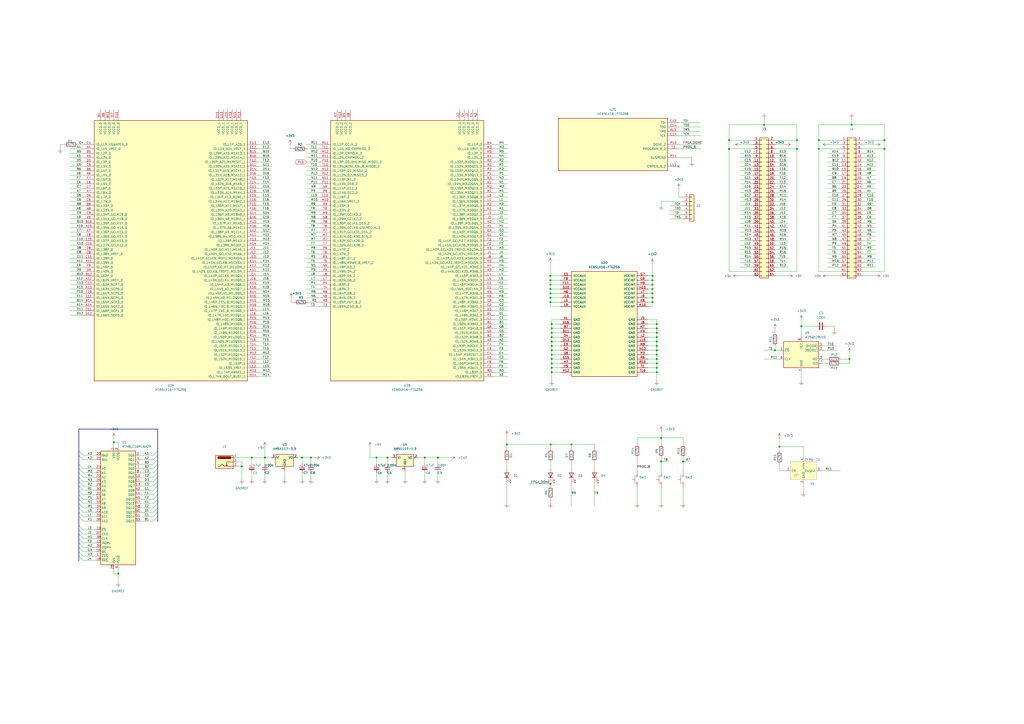
<source format=kicad_sch>
(kicad_sch (version 20230121) (generator eeschema)
  (paper "A2")
  (junction (at 218.44 265.43))
  (junction (at 462.28 86.36))
  (junction (at 246.38 265.43))
  (junction (at 492.76 208.28))
  (junction (at 320.04 190.5))
  (junction (at 378.46 170.18))
  (junction (at 153.67 265.43))
  (junction (at 319.278 170.18))
  (junction (at 383.54 254))
  (junction (at 320.04 193.04))
  (junction (at 320.04 187.96))
  (junction (at 320.04 215.9))
  (junction (at 378.46 175.26))
  (junction (at 319.278 160.02))
  (junction (at 381 195.58))
  (junction (at 381 190.5))
  (junction (at 378.46 160.02))
  (junction (at 140.335 270.51))
  (junction (at 464.82 189.23))
  (junction (at 381 205.74))
  (junction (at 254 265.43))
  (junction (at 422.91 86.36))
  (junction (at 381 208.28))
  (junction (at 396.24 267.716))
  (junction (at 319.278 167.64))
  (junction (at 378.46 167.64))
  (junction (at 319.405 257.81))
  (junction (at 319.278 165.1))
  (junction (at 320.04 200.66))
  (junction (at 320.04 213.36))
  (junction (at 422.91 81.28))
  (junction (at 294.005 257.81))
  (junction (at 320.04 210.82))
  (junction (at 320.04 198.12))
  (junction (at 319.278 172.72))
  (junction (at 68.58 332.74))
  (junction (at 320.04 203.2))
  (junction (at 381 187.96))
  (junction (at 381 200.66))
  (junction (at 513.08 86.36))
  (junction (at 474.98 86.36))
  (junction (at 320.04 205.74))
  (junction (at 449.58 203.2))
  (junction (at 175.26 265.43))
  (junction (at 381 198.12))
  (junction (at 494.03 72.39))
  (junction (at 146.05 265.43))
  (junction (at 462.28 81.28))
  (junction (at 443.23 72.39))
  (junction (at 331.47 257.81))
  (junction (at 378.46 162.56))
  (junction (at 66.04 256.54))
  (junction (at 378.46 165.1))
  (junction (at 320.04 208.28))
  (junction (at 224.79 265.43))
  (junction (at 452.12 259.08))
  (junction (at 319.405 280.67))
  (junction (at 320.04 195.58))
  (junction (at 474.98 81.28))
  (junction (at 381 213.36))
  (junction (at 381 203.2))
  (junction (at 381 210.82))
  (junction (at 383.54 267.716))
  (junction (at 319.278 162.56))
  (junction (at 381 193.04))
  (junction (at 378.46 172.72))
  (junction (at 513.08 81.28))
  (junction (at 319.278 175.26))
  (junction (at 381 215.9))
  (junction (at 180.34 265.43))
  (no_connect (at 393.7 96.52))
  (bus_entry (at 48.26 325.12) (size -2.54 -2.54))
  (bus_entry (at 48.26 322.58) (size -2.54 -2.54))
  (bus_entry (at 48.26 320.04) (size -2.54 -2.54))
  (bus_entry (at 48.26 317.5) (size -2.54 -2.54))
  (bus_entry (at 48.26 314.96) (size -2.54 -2.54))
  (bus_entry (at 48.26 312.42) (size -2.54 -2.54))
  (bus_entry (at 48.26 309.88) (size -2.54 -2.54))
  (bus_entry (at 48.26 307.34) (size -2.54 -2.54))
  (bus_entry (at 48.26 302.26) (size -2.54 -2.54))
  (bus_entry (at 48.26 299.72) (size -2.54 -2.54))
  (bus_entry (at 88.9 297.18) (size 2.54 -2.54))
  (bus_entry (at 88.9 294.64) (size 2.54 -2.54))
  (bus_entry (at 88.9 292.1) (size 2.54 -2.54))
  (bus_entry (at 48.26 297.18) (size -2.54 -2.54))
  (bus_entry (at 48.26 294.64) (size -2.54 -2.54))
  (bus_entry (at 48.26 292.1) (size -2.54 -2.54))
  (bus_entry (at 48.26 289.56) (size -2.54 -2.54))
  (bus_entry (at 48.26 287.02) (size -2.54 -2.54))
  (bus_entry (at 88.9 287.02) (size 2.54 -2.54))
  (bus_entry (at 88.9 289.56) (size 2.54 -2.54))
  (bus_entry (at 88.9 284.48) (size 2.54 -2.54))
  (bus_entry (at 88.9 281.94) (size 2.54 -2.54))
  (bus_entry (at 88.9 279.4) (size 2.54 -2.54))
  (bus_entry (at 88.9 276.86) (size 2.54 -2.54))
  (bus_entry (at 88.9 274.32) (size 2.54 -2.54))
  (bus_entry (at 88.9 271.78) (size 2.54 -2.54))
  (bus_entry (at 88.9 269.24) (size 2.54 -2.54))
  (bus_entry (at 88.9 266.7) (size 2.54 -2.54))
  (bus_entry (at 88.9 264.16) (size 2.54 -2.54))
  (bus_entry (at 88.9 302.26) (size 2.54 -2.54))
  (bus_entry (at 88.9 299.72) (size 2.54 -2.54))
  (bus_entry (at 48.26 284.48) (size -2.54 -2.54))
  (bus_entry (at 48.26 281.94) (size -2.54 -2.54))
  (bus_entry (at 48.26 279.4) (size -2.54 -2.54))
  (bus_entry (at 48.26 276.86) (size -2.54 -2.54))
  (bus_entry (at 48.26 274.32) (size -2.54 -2.54))
  (bus_entry (at 48.26 271.78) (size -2.54 -2.54))
  (bus_entry (at 48.26 266.7) (size -2.54 -2.54))
  (bus_entry (at 48.26 264.16) (size -2.54 -2.54))
  (wire (pts (xy 383.54 283.21) (xy 383.54 292.1)))
  (bus (pts (xy 91.44 302.514) (xy 91.44 299.72)))
  (wire (pts (xy 500.38 129.54) (xy 508 129.54)))
  (wire (pts (xy 172.72 265.43) (xy 175.26 265.43)))
  (wire (pts (xy 378.46 165.1) (xy 378.46 167.64)))
  (wire (pts (xy 449.58 119.38) (xy 457.2 119.38)))
  (wire (pts (xy 177.8 172.72) (xy 185.42 172.72)))
  (wire (pts (xy 149.86 104.14) (xy 157.48 104.14)))
  (wire (pts (xy 480.06 96.52) (xy 487.68 96.52)))
  (wire (pts (xy 177.8 88.9) (xy 185.42 88.9)))
  (wire (pts (xy 177.8 157.48) (xy 185.42 157.48)))
  (wire (pts (xy 254 265.43) (xy 261.366 265.43)))
  (wire (pts (xy 246.38 265.43) (xy 254 265.43)))
  (wire (pts (xy 320.04 187.96) (xy 320.04 185.42)))
  (bus (pts (xy 91.44 274.32) (xy 91.44 271.78)))
  (wire (pts (xy 429.26 139.7) (xy 436.88 139.7)))
  (wire (pts (xy 177.8 142.24) (xy 185.42 142.24)))
  (wire (pts (xy 227.33 265.43) (xy 224.79 265.43)))
  (wire (pts (xy 294.005 267.97) (xy 294.005 271.78)))
  (bus (pts (xy 91.44 271.78) (xy 91.44 269.24)))
  (wire (pts (xy 381 210.82) (xy 381 208.28)))
  (wire (pts (xy 320.04 203.2) (xy 325.12 203.2)))
  (wire (pts (xy 500.38 132.08) (xy 508 132.08)))
  (wire (pts (xy 344.805 267.97) (xy 344.805 271.78)))
  (wire (pts (xy 146.05 265.43) (xy 153.67 265.43)))
  (wire (pts (xy 287.02 218.44) (xy 294.64 218.44)))
  (wire (pts (xy 287.02 99.06) (xy 294.64 99.06)))
  (wire (pts (xy 149.86 106.68) (xy 157.48 106.68)))
  (wire (pts (xy 81.28 284.48) (xy 88.9 284.48)))
  (wire (pts (xy 464.82 189.23) (xy 464.82 195.58)))
  (wire (pts (xy 378.46 160.02) (xy 378.46 162.56)))
  (wire (pts (xy 480.06 119.38) (xy 487.68 119.38)))
  (wire (pts (xy 149.86 193.04) (xy 157.48 193.04)))
  (bus (pts (xy 45.72 297.18) (xy 45.72 299.72)))
  (wire (pts (xy 422.91 81.28) (xy 436.88 81.28)))
  (wire (pts (xy 48.26 309.88) (xy 55.88 309.88)))
  (wire (pts (xy 378.46 167.64) (xy 378.46 170.18)))
  (wire (pts (xy 149.86 185.42) (xy 157.48 185.42)))
  (wire (pts (xy 287.02 193.04) (xy 294.64 193.04)))
  (wire (pts (xy 480.06 91.44) (xy 487.68 91.44)))
  (bus (pts (xy 45.72 279.4) (xy 45.72 281.94)))
  (wire (pts (xy 449.58 109.22) (xy 457.2 109.22)))
  (wire (pts (xy 177.8 109.22) (xy 185.42 109.22)))
  (wire (pts (xy 483.87 189.23) (xy 483.87 191.77)))
  (wire (pts (xy 427.99 160.02) (xy 436.88 160.02)))
  (wire (pts (xy 149.86 177.8) (xy 157.48 177.8)))
  (wire (pts (xy 429.26 88.9) (xy 436.88 88.9)))
  (wire (pts (xy 429.26 91.44) (xy 436.88 91.44)))
  (wire (pts (xy 429.26 96.52) (xy 436.88 96.52)))
  (wire (pts (xy 449.58 88.9) (xy 457.2 88.9)))
  (wire (pts (xy 40.64 109.22) (xy 48.26 109.22)))
  (wire (pts (xy 242.57 265.43) (xy 246.38 265.43)))
  (wire (pts (xy 48.26 294.64) (xy 55.88 294.64)))
  (wire (pts (xy 81.28 274.32) (xy 88.9 274.32)))
  (wire (pts (xy 369.57 254) (xy 383.54 254)))
  (wire (pts (xy 375.92 193.04) (xy 381 193.04)))
  (wire (pts (xy 177.8 149.86) (xy 185.42 149.86)))
  (wire (pts (xy 287.02 215.9) (xy 294.64 215.9)))
  (wire (pts (xy 319.278 172.72) (xy 325.12 172.72)))
  (wire (pts (xy 375.92 200.66) (xy 381 200.66)))
  (wire (pts (xy 331.47 260.35) (xy 331.47 257.81)))
  (wire (pts (xy 492.76 208.28) (xy 492.76 204.47)))
  (wire (pts (xy 254 265.43) (xy 254 269.24)))
  (wire (pts (xy 480.06 129.54) (xy 487.68 129.54)))
  (wire (pts (xy 48.26 264.16) (xy 55.88 264.16)))
  (wire (pts (xy 40.64 121.92) (xy 48.26 121.92)))
  (wire (pts (xy 319.405 257.81) (xy 319.405 260.35)))
  (wire (pts (xy 320.04 193.04) (xy 325.12 193.04)))
  (wire (pts (xy 320.04 220.98) (xy 320.04 215.9)))
  (wire (pts (xy 81.28 279.4) (xy 88.9 279.4)))
  (wire (pts (xy 287.02 190.5) (xy 294.64 190.5)))
  (wire (pts (xy 287.02 205.74) (xy 294.64 205.74)))
  (wire (pts (xy 393.7 76.2) (xy 406.4 76.2)))
  (wire (pts (xy 287.02 195.58) (xy 294.64 195.58)))
  (wire (pts (xy 68.58 330.2) (xy 68.58 332.74)))
  (wire (pts (xy 320.04 193.04) (xy 320.04 190.5)))
  (bus (pts (xy 45.72 261.62) (xy 45.72 264.16)))
  (wire (pts (xy 319.405 279.4) (xy 319.405 280.67)))
  (bus (pts (xy 45.72 269.24) (xy 45.72 271.78)))
  (wire (pts (xy 320.04 208.28) (xy 325.12 208.28)))
  (wire (pts (xy 474.98 157.48) (xy 474.98 86.36)))
  (wire (pts (xy 287.02 127) (xy 294.64 127)))
  (wire (pts (xy 287.02 210.82) (xy 294.64 210.82)))
  (wire (pts (xy 81.28 271.78) (xy 88.9 271.78)))
  (wire (pts (xy 319.278 177.8) (xy 325.12 177.8)))
  (wire (pts (xy 149.86 203.2) (xy 157.48 203.2)))
  (wire (pts (xy 401.32 91.44) (xy 393.7 91.44)))
  (bus (pts (xy 45.72 304.8) (xy 45.72 307.34)))
  (wire (pts (xy 500.38 121.92) (xy 508 121.92)))
  (wire (pts (xy 375.92 165.1) (xy 378.46 165.1)))
  (wire (pts (xy 500.38 137.16) (xy 508 137.16)))
  (wire (pts (xy 449.58 152.4) (xy 457.2 152.4)))
  (wire (pts (xy 449.58 91.44) (xy 457.2 91.44)))
  (wire (pts (xy 429.26 134.62) (xy 436.88 134.62)))
  (wire (pts (xy 306.705 280.67) (xy 319.405 280.67)))
  (wire (pts (xy 381 187.96) (xy 381 185.42)))
  (wire (pts (xy 462.28 157.48) (xy 449.58 157.48)))
  (wire (pts (xy 177.8 144.78) (xy 185.42 144.78)))
  (wire (pts (xy 287.02 134.62) (xy 294.64 134.62)))
  (wire (pts (xy 429.26 114.3) (xy 436.88 114.3)))
  (wire (pts (xy 294.005 257.81) (xy 294.005 260.35)))
  (wire (pts (xy 149.86 149.86) (xy 157.48 149.86)))
  (wire (pts (xy 287.02 129.54) (xy 294.64 129.54)))
  (wire (pts (xy 325.12 160.02) (xy 319.278 160.02)))
  (wire (pts (xy 513.08 157.48) (xy 500.38 157.48)))
  (wire (pts (xy 40.64 111.76) (xy 48.26 111.76)))
  (wire (pts (xy 40.64 101.6) (xy 48.26 101.6)))
  (wire (pts (xy 170.18 86.36) (xy 168.275 86.36)))
  (wire (pts (xy 149.86 210.82) (xy 157.48 210.82)))
  (wire (pts (xy 40.64 86.36) (xy 48.26 86.36)))
  (wire (pts (xy 455.93 273.05) (xy 452.12 273.05)))
  (wire (pts (xy 480.06 132.08) (xy 487.68 132.08)))
  (wire (pts (xy 40.64 88.9) (xy 48.26 88.9)))
  (wire (pts (xy 149.86 187.96) (xy 157.48 187.96)))
  (wire (pts (xy 287.02 106.68) (xy 294.64 106.68)))
  (wire (pts (xy 149.86 200.66) (xy 157.48 200.66)))
  (wire (pts (xy 287.02 180.34) (xy 294.64 180.34)))
  (wire (pts (xy 287.02 185.42) (xy 294.64 185.42)))
  (wire (pts (xy 396.24 116.84) (xy 383.54 116.84)))
  (wire (pts (xy 476.25 273.05) (xy 487.68 273.05)))
  (bus (pts (xy 91.44 281.94) (xy 91.44 279.4)))
  (wire (pts (xy 81.28 264.16) (xy 88.9 264.16)))
  (bus (pts (xy 91.44 248.92) (xy 45.72 248.92)))
  (wire (pts (xy 500.38 139.7) (xy 508 139.7)))
  (wire (pts (xy 40.64 119.38) (xy 48.26 119.38)))
  (wire (pts (xy 140.335 267.97) (xy 137.795 267.97)))
  (wire (pts (xy 48.26 307.34) (xy 55.88 307.34)))
  (wire (pts (xy 177.8 111.76) (xy 185.42 111.76)))
  (wire (pts (xy 320.04 208.28) (xy 320.04 205.74)))
  (wire (pts (xy 320.04 190.5) (xy 320.04 187.96)))
  (wire (pts (xy 449.58 129.54) (xy 457.2 129.54)))
  (wire (pts (xy 287.02 152.4) (xy 294.64 152.4)))
  (wire (pts (xy 177.8 121.92) (xy 185.42 121.92)))
  (wire (pts (xy 40.64 167.64) (xy 48.26 167.64)))
  (wire (pts (xy 149.86 165.1) (xy 157.48 165.1)))
  (bus (pts (xy 91.44 266.7) (xy 91.44 264.16)))
  (wire (pts (xy 178.435 175.26) (xy 185.42 175.26)))
  (wire (pts (xy 140.335 270.51) (xy 140.335 267.97)))
  (wire (pts (xy 319.278 165.1) (xy 319.278 167.64)))
  (wire (pts (xy 287.02 111.76) (xy 294.64 111.76)))
  (wire (pts (xy 40.64 134.62) (xy 48.26 134.62)))
  (wire (pts (xy 492.76 210.82) (xy 492.76 208.28)))
  (wire (pts (xy 480.06 154.94) (xy 487.68 154.94)))
  (wire (pts (xy 177.8 134.62) (xy 185.42 134.62)))
  (bus (pts (xy 45.72 287.02) (xy 45.72 289.56)))
  (wire (pts (xy 449.58 203.2) (xy 452.12 203.2)))
  (wire (pts (xy 180.34 265.43) (xy 180.34 269.24)))
  (wire (pts (xy 480.06 88.9) (xy 487.68 88.9)))
  (bus (pts (xy 45.72 292.1) (xy 45.72 294.64)))
  (wire (pts (xy 474.98 86.36) (xy 487.68 86.36)))
  (wire (pts (xy 149.86 96.52) (xy 157.48 96.52)))
  (wire (pts (xy 149.86 124.46) (xy 157.48 124.46)))
  (wire (pts (xy 287.02 144.78) (xy 294.64 144.78)))
  (wire (pts (xy 344.805 257.81) (xy 331.47 257.81)))
  (wire (pts (xy 369.57 257.81) (xy 369.57 254)))
  (wire (pts (xy 40.64 170.18) (xy 48.26 170.18)))
  (bus (pts (xy 91.44 289.56) (xy 91.44 287.02)))
  (wire (pts (xy 429.26 127) (xy 436.88 127)))
  (wire (pts (xy 224.79 274.32) (xy 224.79 278.13)))
  (wire (pts (xy 429.26 121.92) (xy 436.88 121.92)))
  (wire (pts (xy 449.58 137.16) (xy 457.2 137.16)))
  (wire (pts (xy 429.26 116.84) (xy 436.88 116.84)))
  (wire (pts (xy 287.02 170.18) (xy 294.64 170.18)))
  (wire (pts (xy 287.02 149.86) (xy 294.64 149.86)))
  (wire (pts (xy 40.64 172.72) (xy 48.26 172.72)))
  (wire (pts (xy 319.278 165.1) (xy 325.12 165.1)))
  (wire (pts (xy 287.02 175.26) (xy 294.64 175.26)))
  (wire (pts (xy 177.8 101.6) (xy 185.42 101.6)))
  (wire (pts (xy 224.79 265.43) (xy 218.44 265.43)))
  (wire (pts (xy 462.28 81.28) (xy 462.28 86.36)))
  (wire (pts (xy 149.86 116.84) (xy 157.48 116.84)))
  (wire (pts (xy 449.58 142.24) (xy 457.2 142.24)))
  (wire (pts (xy 422.91 72.39) (xy 443.23 72.39)))
  (wire (pts (xy 40.64 177.8) (xy 48.26 177.8)))
  (wire (pts (xy 422.91 86.36) (xy 422.91 81.28)))
  (wire (pts (xy 48.26 266.7) (xy 55.88 266.7)))
  (wire (pts (xy 81.28 297.18) (xy 88.9 297.18)))
  (bus (pts (xy 45.72 248.92) (xy 45.72 261.62)))
  (wire (pts (xy 48.26 314.96) (xy 55.88 314.96)))
  (wire (pts (xy 287.02 119.38) (xy 294.64 119.38)))
  (wire (pts (xy 375.92 167.64) (xy 378.46 167.64)))
  (wire (pts (xy 48.26 281.94) (xy 55.88 281.94)))
  (wire (pts (xy 149.86 144.78) (xy 157.48 144.78)))
  (wire (pts (xy 449.58 121.92) (xy 457.2 121.92)))
  (wire (pts (xy 429.26 152.4) (xy 436.88 152.4)))
  (wire (pts (xy 149.86 172.72) (xy 157.48 172.72)))
  (wire (pts (xy 429.26 154.94) (xy 436.88 154.94)))
  (wire (pts (xy 153.67 259.08) (xy 153.67 265.43)))
  (wire (pts (xy 40.64 124.46) (xy 48.26 124.46)))
  (wire (pts (xy 331.47 257.81) (xy 319.405 257.81)))
  (wire (pts (xy 149.86 180.34) (xy 157.48 180.34)))
  (wire (pts (xy 287.02 200.66) (xy 294.64 200.66)))
  (wire (pts (xy 146.05 265.43) (xy 146.05 269.24)))
  (bus (pts (xy 45.72 322.58) (xy 45.72 325.374)))
  (wire (pts (xy 170.815 175.26) (xy 168.91 175.26)))
  (wire (pts (xy 287.02 83.82) (xy 294.64 83.82)))
  (wire (pts (xy 319.278 162.56) (xy 325.12 162.56)))
  (wire (pts (xy 48.26 289.56) (xy 55.88 289.56)))
  (wire (pts (xy 464.82 189.23) (xy 472.44 189.23)))
  (wire (pts (xy 149.86 205.74) (xy 157.48 205.74)))
  (wire (pts (xy 480.06 93.98) (xy 487.68 93.98)))
  (wire (pts (xy 500.38 144.78) (xy 508 144.78)))
  (wire (pts (xy 287.02 154.94) (xy 294.64 154.94)))
  (wire (pts (xy 320.04 198.12) (xy 320.04 195.58)))
  (wire (pts (xy 378.46 170.18) (xy 378.46 172.72)))
  (wire (pts (xy 500.38 116.84) (xy 508 116.84)))
  (wire (pts (xy 149.86 208.28) (xy 157.48 208.28)))
  (wire (pts (xy 40.64 165.1) (xy 48.26 165.1)))
  (wire (pts (xy 462.28 72.39) (xy 462.28 81.28)))
  (wire (pts (xy 40.64 106.68) (xy 48.26 106.68)))
  (wire (pts (xy 480.06 99.06) (xy 487.68 99.06)))
  (wire (pts (xy 319.278 170.18) (xy 319.278 172.72)))
  (wire (pts (xy 287.02 147.32) (xy 294.64 147.32)))
  (wire (pts (xy 66.04 330.2) (xy 66.04 332.74)))
  (wire (pts (xy 177.8 137.16) (xy 185.42 137.16)))
  (wire (pts (xy 66.04 254) (xy 66.04 256.54)))
  (wire (pts (xy 48.26 279.4) (xy 55.88 279.4)))
  (wire (pts (xy 393.7 78.74) (xy 406.4 78.74)))
  (wire (pts (xy 500.38 124.46) (xy 508 124.46)))
  (bus (pts (xy 45.72 314.96) (xy 45.72 317.5)))
  (wire (pts (xy 40.64 157.48) (xy 48.26 157.48)))
  (wire (pts (xy 287.02 132.08) (xy 294.64 132.08)))
  (wire (pts (xy 40.64 144.78) (xy 48.26 144.78)))
  (wire (pts (xy 177.8 114.3) (xy 185.42 114.3)))
  (wire (pts (xy 319.278 172.72) (xy 319.278 175.26)))
  (wire (pts (xy 149.86 175.26) (xy 157.48 175.26)))
  (wire (pts (xy 40.64 147.32) (xy 48.26 147.32)))
  (wire (pts (xy 319.278 152.4) (xy 319.278 160.02)))
  (wire (pts (xy 149.86 109.22) (xy 157.48 109.22)))
  (wire (pts (xy 449.58 134.62) (xy 457.2 134.62)))
  (wire (pts (xy 68.58 332.74) (xy 68.58 337.82)))
  (wire (pts (xy 287.02 208.28) (xy 294.64 208.28)))
  (wire (pts (xy 177.8 99.06) (xy 185.42 99.06)))
  (wire (pts (xy 378.46 162.56) (xy 378.46 165.1)))
  (wire (pts (xy 369.57 283.21) (xy 369.57 292.1)))
  (wire (pts (xy 177.8 132.08) (xy 185.42 132.08)))
  (wire (pts (xy 319.278 167.64) (xy 319.278 170.18)))
  (wire (pts (xy 175.26 265.43) (xy 180.34 265.43)))
  (wire (pts (xy 149.86 157.48) (xy 157.48 157.48)))
  (wire (pts (xy 449.58 116.84) (xy 457.2 116.84)))
  (wire (pts (xy 375.92 210.82) (xy 381 210.82)))
  (wire (pts (xy 381 193.04) (xy 381 190.5)))
  (wire (pts (xy 320.04 210.82) (xy 325.12 210.82)))
  (wire (pts (xy 393.7 114.3) (xy 393.7 109.22)))
  (wire (pts (xy 378.46 172.72) (xy 378.46 175.26)))
  (wire (pts (xy 177.8 91.44) (xy 185.42 91.44)))
  (wire (pts (xy 287.02 96.52) (xy 294.64 96.52)))
  (wire (pts (xy 487.68 210.82) (xy 492.76 210.82)))
  (wire (pts (xy 175.26 265.43) (xy 175.26 269.24)))
  (bus (pts (xy 45.72 289.56) (xy 45.72 292.1)))
  (wire (pts (xy 378.46 152.908) (xy 378.46 160.02)))
  (wire (pts (xy 429.26 111.76) (xy 436.88 111.76)))
  (wire (pts (xy 375.92 187.96) (xy 381 187.96)))
  (wire (pts (xy 487.68 208.28) (xy 492.76 208.28)))
  (bus (pts (xy 91.44 297.18) (xy 91.44 294.64)))
  (wire (pts (xy 177.8 106.68) (xy 185.42 106.68)))
  (wire (pts (xy 319.278 175.26) (xy 319.278 177.8)))
  (wire (pts (xy 480.06 116.84) (xy 487.68 116.84)))
  (wire (pts (xy 449.58 154.94) (xy 457.2 154.94)))
  (wire (pts (xy 449.58 190.5) (xy 449.58 193.04)))
  (wire (pts (xy 320.04 213.36) (xy 325.12 213.36)))
  (wire (pts (xy 287.02 157.48) (xy 294.64 157.48)))
  (wire (pts (xy 40.64 137.16) (xy 48.26 137.16)))
  (wire (pts (xy 319.405 280.67) (xy 319.405 281.94)))
  (wire (pts (xy 40.64 91.44) (xy 48.26 91.44)))
  (wire (pts (xy 369.57 265.43) (xy 369.57 273.05)))
  (wire (pts (xy 246.38 265.43) (xy 246.38 269.24)))
  (wire (pts (xy 81.28 292.1) (xy 88.9 292.1)))
  (wire (pts (xy 287.02 88.9) (xy 294.64 88.9)))
  (bus (pts (xy 45.72 312.42) (xy 45.72 314.96)))
  (wire (pts (xy 477.52 210.82) (xy 480.06 210.82)))
  (wire (pts (xy 287.02 86.36) (xy 294.64 86.36)))
  (wire (pts (xy 449.58 101.6) (xy 457.2 101.6)))
  (wire (pts (xy 480.06 111.76) (xy 487.68 111.76)))
  (wire (pts (xy 287.02 182.88) (xy 294.64 182.88)))
  (wire (pts (xy 422.91 81.28) (xy 422.91 72.39)))
  (wire (pts (xy 234.95 273.05) (xy 234.95 278.13)))
  (wire (pts (xy 500.38 88.9) (xy 508 88.9)))
  (wire (pts (xy 480.06 101.6) (xy 487.68 101.6)))
  (wire (pts (xy 422.91 157.48) (xy 422.91 86.36)))
  (bus (pts (xy 91.44 279.4) (xy 91.44 276.86)))
  (wire (pts (xy 375.92 195.58) (xy 381 195.58)))
  (wire (pts (xy 477.52 203.2) (xy 485.14 203.2)))
  (wire (pts (xy 401.32 93.98) (xy 401.32 91.44)))
  (wire (pts (xy 443.23 68.58) (xy 443.23 72.39)))
  (wire (pts (xy 449.58 147.32) (xy 457.2 147.32)))
  (wire (pts (xy 146.05 274.32) (xy 146.05 278.13)))
  (bus (pts (xy 91.44 299.72) (xy 91.44 297.18)))
  (wire (pts (xy 149.86 93.98) (xy 157.48 93.98)))
  (wire (pts (xy 500.38 119.38) (xy 508 119.38)))
  (bus (pts (xy 91.44 276.86) (xy 91.44 274.32)))
  (wire (pts (xy 320.04 195.58) (xy 325.12 195.58)))
  (wire (pts (xy 319.278 160.02) (xy 319.278 162.56)))
  (wire (pts (xy 177.8 152.4) (xy 185.42 152.4)))
  (wire (pts (xy 378.46 175.26) (xy 378.46 177.8)))
  (wire (pts (xy 480.06 152.4) (xy 487.68 152.4)))
  (wire (pts (xy 429.26 149.86) (xy 436.88 149.86)))
  (wire (pts (xy 383.54 267.716) (xy 388.112 267.716)))
  (wire (pts (xy 388.62 119.38) (xy 396.24 119.38)))
  (wire (pts (xy 34.925 86.36) (xy 34.925 83.82)))
  (wire (pts (xy 48.26 317.5) (xy 55.88 317.5)))
  (wire (pts (xy 449.58 200.66) (xy 449.58 203.2)))
  (wire (pts (xy 68.58 259.08) (xy 68.58 256.54)))
  (wire (pts (xy 500.38 101.6) (xy 508 101.6)))
  (wire (pts (xy 40.64 180.34) (xy 48.26 180.34)))
  (wire (pts (xy 40.64 96.52) (xy 48.26 96.52)))
  (wire (pts (xy 149.86 88.9) (xy 157.48 88.9)))
  (wire (pts (xy 320.04 200.66) (xy 325.12 200.66)))
  (wire (pts (xy 149.86 215.9) (xy 157.48 215.9)))
  (wire (pts (xy 381 203.2) (xy 381 200.66)))
  (wire (pts (xy 149.86 91.44) (xy 157.48 91.44)))
  (wire (pts (xy 500.38 147.32) (xy 508 147.32)))
  (wire (pts (xy 81.28 287.02) (xy 88.9 287.02)))
  (wire (pts (xy 381 213.36) (xy 381 210.82)))
  (wire (pts (xy 224.79 265.43) (xy 224.79 269.24)))
  (wire (pts (xy 396.24 267.716) (xy 400.558 267.716)))
  (wire (pts (xy 429.26 132.08) (xy 436.88 132.08)))
  (wire (pts (xy 320.04 198.12) (xy 325.12 198.12)))
  (wire (pts (xy 149.86 213.36) (xy 157.48 213.36)))
  (wire (pts (xy 344.805 260.35) (xy 344.805 257.81)))
  (wire (pts (xy 287.02 121.92) (xy 294.64 121.92)))
  (wire (pts (xy 381 220.98) (xy 381 215.9)))
  (wire (pts (xy 40.64 152.4) (xy 48.26 152.4)))
  (wire (pts (xy 40.64 93.98) (xy 48.26 93.98)))
  (wire (pts (xy 500.38 114.3) (xy 508 114.3)))
  (wire (pts (xy 149.86 195.58) (xy 157.48 195.58)))
  (wire (pts (xy 320.04 215.9) (xy 325.12 215.9)))
  (wire (pts (xy 149.86 167.64) (xy 157.48 167.64)))
  (bus (pts (xy 45.72 276.86) (xy 45.72 279.4)))
  (wire (pts (xy 375.92 175.26) (xy 378.46 175.26)))
  (wire (pts (xy 149.86 170.18) (xy 157.48 170.18)))
  (wire (pts (xy 287.02 198.12) (xy 294.64 198.12)))
  (wire (pts (xy 218.44 265.43) (xy 214.63 265.43)))
  (wire (pts (xy 175.26 274.32) (xy 175.26 278.13)))
  (wire (pts (xy 375.92 190.5) (xy 381 190.5)))
  (wire (pts (xy 149.86 111.76) (xy 157.48 111.76)))
  (wire (pts (xy 466.09 259.08) (xy 452.12 259.08)))
  (wire (pts (xy 494.03 68.58) (xy 494.03 72.39)))
  (wire (pts (xy 480.06 139.7) (xy 487.68 139.7)))
  (wire (pts (xy 287.02 187.96) (xy 294.64 187.96)))
  (wire (pts (xy 480.06 104.14) (xy 487.68 104.14)))
  (wire (pts (xy 40.64 114.3) (xy 48.26 114.3)))
  (wire (pts (xy 375.92 203.2) (xy 381 203.2)))
  (wire (pts (xy 168.91 175.26) (xy 168.91 172.72)))
  (wire (pts (xy 320.04 187.96) (xy 325.12 187.96)))
  (wire (pts (xy 466.09 265.43) (xy 466.09 259.08)))
  (wire (pts (xy 480.06 127) (xy 487.68 127)))
  (wire (pts (xy 287.02 101.6) (xy 294.64 101.6)))
  (wire (pts (xy 320.04 210.82) (xy 320.04 208.28)))
  (wire (pts (xy 149.86 119.38) (xy 157.48 119.38)))
  (wire (pts (xy 40.64 139.7) (xy 48.26 139.7)))
  (wire (pts (xy 320.04 190.5) (xy 325.12 190.5)))
  (wire (pts (xy 383.54 265.43) (xy 383.54 267.716)))
  (wire (pts (xy 474.98 86.36) (xy 474.98 81.28)))
  (wire (pts (xy 48.26 271.78) (xy 55.88 271.78)))
  (wire (pts (xy 480.06 149.86) (xy 487.68 149.86)))
  (wire (pts (xy 480.06 147.32) (xy 487.68 147.32)))
  (wire (pts (xy 180.34 274.32) (xy 180.34 278.13)))
  (wire (pts (xy 480.06 106.68) (xy 487.68 106.68)))
  (wire (pts (xy 513.08 72.39) (xy 513.08 81.28)))
  (wire (pts (xy 294.005 252.73) (xy 294.005 257.81)))
  (wire (pts (xy 45.085 83.82) (xy 48.26 83.82)))
  (wire (pts (xy 287.02 93.98) (xy 294.64 93.98)))
  (wire (pts (xy 331.47 267.97) (xy 331.47 271.78)))
  (wire (pts (xy 443.23 208.28) (xy 452.12 208.28)))
  (wire (pts (xy 466.09 280.67) (xy 466.09 285.75)))
  (wire (pts (xy 381 195.58) (xy 381 193.04)))
  (wire (pts (xy 429.26 106.68) (xy 436.88 106.68)))
  (wire (pts (xy 149.86 139.7) (xy 157.48 139.7)))
  (wire (pts (xy 344.805 279.4) (xy 344.805 293.37)))
  (wire (pts (xy 287.02 114.3) (xy 294.64 114.3)))
  (wire (pts (xy 449.58 114.3) (xy 457.2 114.3)))
  (wire (pts (xy 48.26 276.86) (xy 55.88 276.86)))
  (wire (pts (xy 177.8 165.1) (xy 185.42 165.1)))
  (wire (pts (xy 40.64 129.54) (xy 48.26 129.54)))
  (wire (pts (xy 325.12 170.18) (xy 319.278 170.18)))
  (wire (pts (xy 320.04 205.74) (xy 325.12 205.74)))
  (wire (pts (xy 462.28 86.36) (xy 462.28 157.48)))
  (wire (pts (xy 429.26 119.38) (xy 436.88 119.38)))
  (wire (pts (xy 149.86 182.88) (xy 157.48 182.88)))
  (wire (pts (xy 177.8 139.7) (xy 185.42 139.7)))
  (wire (pts (xy 287.02 137.16) (xy 294.64 137.16)))
  (wire (pts (xy 177.8 160.02) (xy 185.42 160.02)))
  (wire (pts (xy 81.28 302.26) (xy 88.9 302.26)))
  (wire (pts (xy 500.38 93.98) (xy 508 93.98)))
  (bus (pts (xy 45.72 320.04) (xy 45.72 322.58)))
  (wire (pts (xy 287.02 172.72) (xy 294.64 172.72)))
  (wire (pts (xy 287.02 213.36) (xy 294.64 213.36)))
  (wire (pts (xy 149.86 160.02) (xy 157.48 160.02)))
  (bus (pts (xy 45.72 294.64) (xy 45.72 297.18)))
  (wire (pts (xy 375.92 177.8) (xy 378.46 177.8)))
  (bus (pts (xy 45.72 281.94) (xy 45.72 284.48)))
  (wire (pts (xy 480.06 124.46) (xy 487.68 124.46)))
  (bus (pts (xy 91.44 269.24) (xy 91.44 266.7)))
  (wire (pts (xy 48.26 297.18) (xy 55.88 297.18)))
  (wire (pts (xy 149.86 132.08) (xy 157.48 132.08)))
  (bus (pts (xy 91.44 294.64) (xy 91.44 292.1)))
  (bus (pts (xy 91.44 284.48) (xy 91.44 281.94)))
  (wire (pts (xy 375.92 162.56) (xy 378.46 162.56)))
  (wire (pts (xy 449.58 149.86) (xy 457.2 149.86)))
  (wire (pts (xy 177.8 104.14) (xy 185.42 104.14)))
  (wire (pts (xy 246.38 274.32) (xy 246.38 278.13)))
  (wire (pts (xy 137.795 270.51) (xy 140.335 270.51)))
  (wire (pts (xy 149.86 147.32) (xy 157.48 147.32)))
  (wire (pts (xy 137.795 265.43) (xy 146.05 265.43)))
  (wire (pts (xy 443.23 72.39) (xy 462.28 72.39)))
  (wire (pts (xy 480.06 109.22) (xy 487.68 109.22)))
  (wire (pts (xy 40.64 154.94) (xy 48.26 154.94)))
  (bus (pts (xy 45.72 264.16) (xy 45.72 269.24)))
  (wire (pts (xy 429.26 99.06) (xy 436.88 99.06)))
  (wire (pts (xy 449.58 139.7) (xy 457.2 139.7)))
  (wire (pts (xy 180.34 265.43) (xy 182.88 265.43)))
  (wire (pts (xy 149.86 152.4) (xy 157.48 152.4)))
  (wire (pts (xy 436.88 157.48) (xy 422.91 157.48)))
  (wire (pts (xy 48.26 320.04) (xy 55.88 320.04)))
  (wire (pts (xy 396.24 267.716) (xy 396.24 273.05)))
  (wire (pts (xy 319.278 175.26) (xy 325.12 175.26)))
  (wire (pts (xy 449.58 96.52) (xy 457.2 96.52)))
  (bus (pts (xy 45.72 317.5) (xy 45.72 320.04)))
  (wire (pts (xy 40.64 132.08) (xy 48.26 132.08)))
  (wire (pts (xy 214.63 265.43) (xy 214.63 259.08)))
  (wire (pts (xy 177.8 86.36) (xy 185.42 86.36)))
  (wire (pts (xy 500.38 106.68) (xy 508 106.68)))
  (wire (pts (xy 375.92 213.36) (xy 381 213.36)))
  (wire (pts (xy 480.06 121.92) (xy 487.68 121.92)))
  (wire (pts (xy 320.04 185.42) (xy 325.12 185.42)))
  (wire (pts (xy 218.44 274.32) (xy 218.44 278.13)))
  (wire (pts (xy 177.8 124.46) (xy 185.42 124.46)))
  (wire (pts (xy 375.92 172.72) (xy 378.46 172.72)))
  (wire (pts (xy 381 200.66) (xy 381 198.12)))
  (wire (pts (xy 287.02 139.7) (xy 294.64 139.7)))
  (wire (pts (xy 449.58 127) (xy 457.2 127)))
  (wire (pts (xy 287.02 116.84) (xy 294.64 116.84)))
  (wire (pts (xy 320.04 203.2) (xy 320.04 200.66)))
  (wire (pts (xy 500.38 127) (xy 508 127)))
  (wire (pts (xy 149.86 137.16) (xy 157.48 137.16)))
  (wire (pts (xy 429.26 104.14) (xy 436.88 104.14)))
  (wire (pts (xy 429.26 142.24) (xy 436.88 142.24)))
  (wire (pts (xy 429.26 129.54) (xy 436.88 129.54)))
  (wire (pts (xy 449.58 99.06) (xy 457.2 99.06)))
  (wire (pts (xy 81.28 299.72) (xy 88.9 299.72)))
  (wire (pts (xy 393.7 71.12) (xy 406.4 71.12)))
  (wire (pts (xy 149.86 129.54) (xy 157.48 129.54)))
  (wire (pts (xy 149.86 83.82) (xy 157.48 83.82)))
  (wire (pts (xy 375.92 205.74) (xy 381 205.74)))
  (wire (pts (xy 149.86 190.5) (xy 157.48 190.5)))
  (wire (pts (xy 40.64 104.14) (xy 48.26 104.14)))
  (wire (pts (xy 383.54 250.19) (xy 383.54 254)))
  (wire (pts (xy 177.8 170.18) (xy 185.42 170.18)))
  (wire (pts (xy 177.8 96.52) (xy 185.42 96.52)))
  (wire (pts (xy 375.92 215.9) (xy 381 215.9)))
  (wire (pts (xy 149.86 218.44) (xy 157.48 218.44)))
  (wire (pts (xy 480.06 83.82) (xy 487.68 83.82)))
  (wire (pts (xy 177.8 93.98) (xy 185.42 93.98)))
  (wire (pts (xy 48.26 322.58) (xy 55.88 322.58)))
  (wire (pts (xy 287.02 142.24) (xy 294.64 142.24)))
  (wire (pts (xy 381 198.12) (xy 381 195.58)))
  (wire (pts (xy 396.24 114.3) (xy 393.7 114.3)))
  (wire (pts (xy 153.67 265.43) (xy 157.48 265.43)))
  (wire (pts (xy 500.38 134.62) (xy 508 134.62)))
  (wire (pts (xy 474.98 81.28) (xy 474.98 72.39)))
  (wire (pts (xy 66.04 332.74) (xy 68.58 332.74)))
  (wire (pts (xy 381 205.74) (xy 381 203.2)))
  (wire (pts (xy 396.24 283.21) (xy 396.24 292.1)))
  (wire (pts (xy 500.38 96.52) (xy 508 96.52)))
  (wire (pts (xy 494.03 72.39) (xy 513.08 72.39)))
  (wire (pts (xy 449.58 144.78) (xy 457.2 144.78)))
  (wire (pts (xy 477.52 200.66) (xy 485.14 200.66)))
  (wire (pts (xy 149.86 134.62) (xy 157.48 134.62)))
  (wire (pts (xy 177.8 177.8) (xy 185.42 177.8)))
  (wire (pts (xy 48.26 312.42) (xy 55.88 312.42)))
  (wire (pts (xy 149.86 99.06) (xy 157.48 99.06)))
  (wire (pts (xy 429.26 147.32) (xy 436.88 147.32)))
  (wire (pts (xy 452.12 259.08) (xy 452.12 261.62)))
  (wire (pts (xy 177.8 83.82) (xy 185.42 83.82)))
  (wire (pts (xy 287.02 124.46) (xy 294.64 124.46)))
  (wire (pts (xy 381 208.28) (xy 381 205.74)))
  (wire (pts (xy 287.02 162.56) (xy 294.64 162.56)))
  (wire (pts (xy 149.86 101.6) (xy 157.48 101.6)))
  (wire (pts (xy 396.24 257.81) (xy 396.24 254)))
  (wire (pts (xy 464.82 185.42) (xy 464.82 189.23)))
  (wire (pts (xy 449.58 132.08) (xy 457.2 132.08)))
  (wire (pts (xy 449.58 106.68) (xy 457.2 106.68)))
  (wire (pts (xy 168.275 86.36) (xy 168.275 83.82)))
  (wire (pts (xy 48.26 325.12) (xy 55.88 325.12)))
  (wire (pts (xy 320.04 195.58) (xy 320.04 193.04)))
  (wire (pts (xy 177.8 147.32) (xy 185.42 147.32)))
  (wire (pts (xy 480.06 160.02) (xy 487.68 160.02)))
  (wire (pts (xy 500.38 86.36) (xy 513.08 86.36)))
  (wire (pts (xy 429.26 93.98) (xy 436.88 93.98)))
  (wire (pts (xy 500.38 83.82) (xy 508 83.82)))
  (wire (pts (xy 320.04 213.36) (xy 320.04 210.82)))
  (wire (pts (xy 40.64 162.56) (xy 48.26 162.56)))
  (wire (pts (xy 449.58 124.46) (xy 457.2 124.46)))
  (wire (pts (xy 48.26 287.02) (xy 55.88 287.02)))
  (wire (pts (xy 449.58 83.82) (xy 455.93 83.82)))
  (wire (pts (xy 149.86 162.56) (xy 157.48 162.56)))
  (wire (pts (xy 40.64 127) (xy 48.26 127)))
  (wire (pts (xy 177.8 127) (xy 185.42 127)))
  (wire (pts (xy 153.67 265.43) (xy 153.67 269.24)))
  (wire (pts (xy 287.02 203.2) (xy 294.64 203.2)))
  (wire (pts (xy 429.26 83.82) (xy 436.88 83.82)))
  (wire (pts (xy 81.28 294.64) (xy 88.9 294.64)))
  (wire (pts (xy 81.28 269.24) (xy 88.9 269.24)))
  (wire (pts (xy 165.1 273.05) (xy 165.1 278.13)))
  (bus (pts (xy 45.72 309.88) (xy 45.72 312.42)))
  (bus (pts (xy 91.44 261.62) (xy 91.44 248.92)))
  (wire (pts (xy 149.86 142.24) (xy 157.48 142.24)))
  (wire (pts (xy 500.38 142.24) (xy 508 142.24)))
  (wire (pts (xy 375.92 170.18) (xy 378.46 170.18)))
  (wire (pts (xy 149.86 121.92) (xy 157.48 121.92)))
  (wire (pts (xy 429.26 124.46) (xy 436.88 124.46)))
  (wire (pts (xy 500.38 109.22) (xy 508 109.22)))
  (wire (pts (xy 396.24 265.43) (xy 396.24 267.716)))
  (wire (pts (xy 48.26 299.72) (xy 55.88 299.72)))
  (wire (pts (xy 500.38 152.4) (xy 508 152.4)))
  (wire (pts (xy 287.02 109.22) (xy 294.64 109.22)))
  (wire (pts (xy 81.28 266.7) (xy 88.9 266.7)))
  (wire (pts (xy 81.28 289.56) (xy 88.9 289.56)))
  (wire (pts (xy 68.58 256.54) (xy 66.04 256.54)))
  (wire (pts (xy 500.38 111.76) (xy 508 111.76)))
  (wire (pts (xy 375.92 160.02) (xy 378.46 160.02)))
  (wire (pts (xy 480.06 144.78) (xy 487.68 144.78)))
  (wire (pts (xy 393.7 83.82) (xy 406.4 83.82)))
  (wire (pts (xy 177.8 119.38) (xy 185.42 119.38)))
  (wire (pts (xy 149.86 114.3) (xy 157.48 114.3)))
  (wire (pts (xy 452.12 254) (xy 452.12 259.08)))
  (wire (pts (xy 40.64 142.24) (xy 48.26 142.24)))
  (wire (pts (xy 388.62 127) (xy 396.24 127)))
  (wire (pts (xy 474.98 81.28) (xy 487.68 81.28)))
  (bus (pts (xy 45.72 271.78) (xy 45.72 274.32)))
  (wire (pts (xy 287.02 165.1) (xy 294.64 165.1)))
  (bus (pts (xy 91.44 264.16) (xy 91.44 261.62)))
  (wire (pts (xy 487.68 157.48) (xy 474.98 157.48)))
  (wire (pts (xy 383.54 267.716) (xy 383.54 273.05)))
  (wire (pts (xy 480.06 142.24) (xy 487.68 142.24)))
  (wire (pts (xy 383.54 116.84) (xy 383.54 119.38)))
  (wire (pts (xy 375.92 208.28) (xy 381 208.28)))
  (wire (pts (xy 396.24 254) (xy 383.54 254)))
  (wire (pts (xy 381 215.9) (xy 381 213.36)))
  (wire (pts (xy 40.64 99.06) (xy 48.26 99.06)))
  (wire (pts (xy 48.26 292.1) (xy 55.88 292.1)))
  (wire (pts (xy 149.86 154.94) (xy 157.48 154.94)))
  (wire (pts (xy 287.02 104.14) (xy 294.64 104.14)))
  (wire (pts (xy 381 185.42) (xy 375.92 185.42)))
  (wire (pts (xy 500.38 91.44) (xy 508 91.44)))
  (wire (pts (xy 500.38 154.94) (xy 508 154.94)))
  (wire (pts (xy 177.8 129.54) (xy 185.42 129.54)))
  (wire (pts (xy 287.02 177.8) (xy 294.64 177.8)))
  (wire (pts (xy 287.02 160.02) (xy 294.64 160.02)))
  (wire (pts (xy 320.04 205.74) (xy 320.04 203.2)))
  (wire (pts (xy 429.26 101.6) (xy 436.88 101.6)))
  (wire (pts (xy 388.62 124.46) (xy 396.24 124.46)))
  (wire (pts (xy 140.335 278.13) (xy 140.335 270.51)))
  (wire (pts (xy 500.38 81.28) (xy 513.08 81.28)))
  (wire (pts (xy 40.64 182.88) (xy 48.26 182.88)))
  (wire (pts (xy 34.925 83.82) (xy 37.465 83.82)))
  (wire (pts (xy 477.52 208.28) (xy 480.06 208.28)))
  (wire (pts (xy 320.04 200.66) (xy 320.04 198.12)))
  (bus (pts (xy 45.72 299.72) (xy 45.72 304.8)))
  (wire (pts (xy 177.8 162.56) (xy 185.42 162.56)))
  (wire (pts (xy 422.91 86.36) (xy 436.88 86.36)))
  (wire (pts (xy 177.8 167.64) (xy 185.42 167.64)))
  (wire (pts (xy 449.58 111.76) (xy 457.2 111.76)))
  (wire (pts (xy 480.06 114.3) (xy 487.68 114.3)))
  (wire (pts (xy 149.86 127) (xy 157.48 127)))
  (wire (pts (xy 331.47 279.4) (xy 331.47 293.37)))
  (wire (pts (xy 319.405 267.97) (xy 319.405 271.78)))
  (wire (pts (xy 48.26 302.26) (xy 55.88 302.26)))
  (wire (pts (xy 480.06 137.16) (xy 487.68 137.16)))
  (wire (pts (xy 383.54 254) (xy 383.54 257.81)))
  (wire (pts (xy 177.8 116.84) (xy 185.42 116.84)))
  (wire (pts (xy 500.38 104.14) (xy 508 104.14)))
  (wire (pts (xy 449.58 81.28) (xy 462.28 81.28)))
  (wire (pts (xy 319.405 289.56) (xy 319.405 292.1)))
  (wire (pts (xy 500.38 149.86) (xy 508 149.86)))
  (bus (pts (xy 91.44 292.1) (xy 91.44 289.56)))
  (wire (pts (xy 429.26 109.22) (xy 436.88 109.22)))
  (wire (pts (xy 452.12 273.05) (xy 452.12 269.24)))
  (wire (pts (xy 464.82 215.9) (xy 464.82 220.98)))
  (wire (pts (xy 81.28 281.94) (xy 88.9 281.94)))
  (wire (pts (xy 149.86 86.36) (xy 157.48 86.36)))
  (wire (pts (xy 48.26 274.32) (xy 55.88 274.32)))
  (wire (pts (xy 48.26 284.48) (xy 55.88 284.48)))
  (bus (pts (xy 91.44 287.02) (xy 91.44 284.48)))
  (bus (pts (xy 45.72 274.32) (xy 45.72 276.86)))
  (wire (pts (xy 319.278 167.64) (xy 325.12 167.64)))
  (wire (pts (xy 294.005 279.4) (xy 294.005 292.1)))
  (wire (pts (xy 254 274.32) (xy 254 278.13)))
  (wire (pts (xy 388.62 121.92) (xy 396.24 121.92)))
  (wire (pts (xy 513.08 81.28) (xy 513.08 86.36)))
  (wire (pts (xy 449.58 160.02) (xy 457.2 160.02)))
  (wire (pts (xy 319.278 162.56) (xy 319.278 165.1)))
  (wire (pts (xy 149.86 198.12) (xy 157.48 198.12)))
  (wire (pts (xy 66.04 256.54) (xy 66.04 259.08)))
  (wire (pts (xy 40.64 175.26) (xy 48.26 175.26)))
  (wire (pts (xy 449.58 104.14) (xy 457.2 104.14)))
  (wire (pts (xy 287.02 167.64) (xy 294.64 167.64)))
  (wire (pts (xy 287.02 91.44) (xy 294.64 91.44)))
  (bus (pts (xy 45.72 307.34) (xy 45.72 309.88)))
  (wire (pts (xy 375.92 198.12) (xy 381 198.12)))
  (wire (pts (xy 480.06 134.62) (xy 487.68 134.62)))
  (wire (pts (xy 40.64 160.02) (xy 48.26 160.02)))
  (wire (pts (xy 474.98 72.39) (xy 494.03 72.39)))
  (wire (pts (xy 429.26 144.78) (xy 436.88 144.78)))
  (wire (pts (xy 381 190.5) (xy 381 187.96)))
  (wire (pts (xy 480.06 189.23) (xy 483.87 189.23)))
  (wire (pts (xy 429.26 137.16) (xy 436.88 137.16)))
  (wire (pts (xy 40.64 149.86) (xy 48.26 149.86)))
  (wire (pts (xy 443.23 203.2) (xy 449.58 203.2)))
  (wire (pts (xy 177.8 154.94) (xy 185.42 154.94)))
  (wire (pts (xy 81.28 276.86) (xy 88.9 276.86)))
  (bus (pts (xy 45.72 284.48) (xy 45.72 287.02)))
  (wire (pts (xy 500.38 99.06) (xy 508 99.06)))
  (wire (pts (xy 449.58 86.36) (xy 462.28 86.36)))
  (wire (pts (xy 153.67 274.32) (xy 153.67 278.13)))
  (wire (pts (xy 218.44 265.43) (xy 218.44 269.24)))
  (wire (pts (xy 513.08 86.36) (xy 513.08 157.48)))
  (wire (pts (xy 500.38 160.02) (xy 508 160.02)))
  (wire (pts (xy 40.64 116.84) (xy 48.26 116.84)))
  (wire (pts (xy 393.7 73.66) (xy 406.4 73.66)))
  (wire (pts (xy 319.405 257.81) (xy 294.005 257.81)))
  (wire (pts (xy 449.58 93.98) (xy 457.2 93.98)))
  (wire (pts (xy 320.04 215.9) (xy 320.04 213.36)))
  (wire (pts (xy 393.7 86.36) (xy 406.4 86.36)))
  (label "L12" (at 431.8 142.24 0))
  (label "C1" (at 83.82 299.72 0))
  (label "TMS" (at 391.16 127 0))
  (label "R7" (at 180.34 139.7 0))
  (label "B16" (at 152.4 91.44 0))
  (label "J3" (at 50.8 307.34 0))
  (label "T5" (at 180.34 152.4 0))
  (label "E7" (at 482.6 124.46 0))
  (label "A11" (at 44.45 152.4 0))
  (label "P10" (at 180.34 93.98 0))
  (label "H16" (at 152.4 132.08 0))
  (label "E11" (at 482.6 116.84 0))
  (label "M6" (at 180.34 170.18 0))
  (label "D1" (at 289.56 182.88 0))
  (label "E12" (at 431.8 88.9 0))
  (label "P12" (at 482.6 154.94 0))
  (label "P9" (at 180.34 111.76 0))
  (label "M5" (at 289.56 88.9 0))
  (label "F13" (at 152.4 104.14 0))
  (label "D1" (at 83.82 297.18 0))
  (label "A8" (at 44.45 121.92 0))
  (label "J14" (at 431.8 119.38 0))
  (label "T4" (at 180.34 167.64 0))
  (label "F14" (at 152.4 106.68 0))
  (label "R3" (at 180.975 175.26 0))
  (label "A2" (at 289.56 198.12 0))
  (label "P12" (at 180.34 101.6 0))
  (label "T13" (at 152.4 203.2 0))
  (label "B8" (at 482.6 104.14 0))
  (label "K14" (at 152.4 152.4 0))
  (label "T11" (at 180.34 86.36 0))
  (label "M13" (at 431.8 139.7 0))
  (label "C11" (at 44.45 149.86 0))
  (label "D12" (at 44.45 182.88 0))
  (label "M7" (at 180.34 137.16 0))
  (label "H2" (at 289.56 129.54 0))
  (label "C6" (at 44.45 116.84 0))
  (label "L1" (at 289.56 116.84 0))
  (label "P4" (at 180.34 165.1 0))
  (label "M9" (at 180.34 124.46 0))
  (label "E4" (at 289.56 205.74 0))
  (label "TDI" (at 391.16 124.46 0))
  (label "L12" (at 152.4 210.82 0))
  (label "F7" (at 482.6 127 0))
  (label "A4" (at 502.92 111.76 0))
  (label "N11" (at 180.34 104.14 0))
  (label "F16" (at 152.4 121.92 0))
  (label "J16" (at 452.12 119.38 0))
  (label "C7" (at 482.6 106.68 0))
  (label "G16" (at 152.4 127 0))
  (label "A14" (at 44.45 177.8 0))
  (label "C2" (at 83.82 276.86 0))
  (label "J12" (at 152.4 147.32 0))
  (label "B6" (at 44.45 99.06 0))
  (label "E16" (at 152.4 116.84 0))
  (label "F12" (at 452.12 104.14 0))
  (label "M11" (at 180.34 91.44 0))
  (label "F1" (at 289.56 142.24 0))
  (label "C4" (at 45.72 83.82 0))
  (label "H14" (at 152.4 142.24 0))
  (label "E7" (at 44.45 134.62 0))
  (label "P5" (at 180.34 157.48 0))
  (label "J13" (at 152.4 149.86 0))
  (label "G5" (at 289.56 193.04 0))
  (label "E12" (at 152.4 86.36 0))
  (label "A2" (at 83.82 266.7 0))
  (label "N12" (at 180.34 99.06 0))
  (label "T14" (at 452.12 152.4 0))
  (label "D16" (at 152.4 101.6 0))
  (label "R11" (at 447.04 208.28 0))
  (label "L13" (at 152.4 213.36 0))
  (label "N14" (at 431.8 137.16 0))
  (label "J4" (at 50.8 325.12 0))
  (label "K1" (at 289.56 121.92 0))
  (label "M11" (at 502.92 154.94 0))
  (label "TDO" (at 391.16 121.92 0))
  (label "L3" (at 50.8 297.18 0))
  (label "K15" (at 152.4 165.1 0))
  (label "E16" (at 452.12 99.06 0))
  (label "P8" (at 180.34 129.54 0))
  (label "P6" (at 180.34 144.78 0))
  (label "J1" (at 289.56 127 0))
  (label "M9" (at 502.92 149.86 0))
  (label "P1" (at 289.56 101.6 0))
  (label "F14" (at 431.8 106.68 0))
  (label "B15" (at 152.4 88.9 0))
  (label "TCK" (at 391.16 119.38 0))
  (label "T4" (at 502.92 142.24 0))
  (label "F2" (at 289.56 139.7 0))
  (label "T15" (at 152.4 198.12 0))
  (label "H15" (at 152.4 129.54 0))
  (label "E11" (at 44.45 172.72 0))
  (label "L7" (at 180.34 162.56 0))
  (label "A12" (at 502.92 93.98 0))
  (label "C8" (at 44.45 147.32 0))
  (label "F9" (at 482.6 119.38 0))
  (label "A5" (at 502.92 109.22 0))
  (label "E3" (at 289.56 208.28 0))
  (label "D8" (at 44.45 144.78 0))
  (label "C9" (at 482.6 101.6 0))
  (label "G1" (at 83.82 284.48 0))
  (label "L5" (at 289.56 162.56 0))
  (label "R16" (at 152.4 193.04 0))
  (label "A11" (at 502.92 96.52 0))
  (label "M3" (at 50.8 274.32 0))
  (label "E8" (at 44.45 137.16 0))
  (label "M7" (at 482.6 137.16 0))
  (label "F10" (at 502.92 116.84 0))
  (label "C9" (at 44.45 124.46 0))
  (label "A14" (at 482.6 88.9 0))
  (label "M10" (at 482.6 152.4 0))
  (label "TDO" (at 396.24 73.66 0))
  (label "K2" (at 50.8 266.7 0))
  (label "E6" (at 502.92 124.46 0))
  (label "D16" (at 452.12 96.52 0))
  (label "H4" (at 289.56 154.94 0))
  (label "K11" (at 152.4 157.48 0))
  (label "F3" (at 50.8 314.96 0))
  (label "PROG_B" (at 369.57 271.78 0))
  (label "J11" (at 431.8 121.92 0))
  (label "B16" (at 452.12 91.44 0))
  (label "E15" (at 431.8 99.06 0))
  (label "K15" (at 431.8 127 0))
  (label "L13" (at 452.12 142.24 0))
  (label "E10" (at 44.45 139.7 0))
  (label "H13" (at 431.8 116.84 0))
  (label "L16" (at 152.4 182.88 0))
  (label "C6" (at 502.92 127 0))
  (label "A6" (at 502.92 106.68 0))
  (label "P16" (at 152.4 187.96 0))
  (label "D6" (at 44.45 114.3 0))
  (label "C16" (at 152.4 111.76 0))
  (label "B5" (at 44.45 88.9 0))
  (label "F10" (at 44.45 170.18 0))
  (label "T12" (at 431.8 154.94 0))
  (label "E15" (at 152.4 114.3 0))
  (label "H5" (at 289.56 152.4 0))
  (label "L8" (at 180.34 160.02 0))
  (label "K3" (at 289.56 144.78 0))
  (label "C15" (at 431.8 93.98 0))
  (label "R15" (at 431.8 147.32 0))
  (label "F9" (at 44.45 154.94 0))
  (label "R2" (at 50.8 281.94 0))
  (label "TCK" (at 396.24 78.74 0))
  (label "C11" (at 482.6 96.52 0))
  (label "J1" (at 50.8 309.88 0))
  (label "E1" (at 83.82 292.1 0))
  (label "D14" (at 152.4 99.06 0))
  (label "H2" (at 50.8 317.5 0))
  (label "B3" (at 289.56 215.9 0))
  (label "K16" (at 452.12 127 0))
  (label "C16" (at 452.12 93.98 0))
  (label "F3" (at 289.56 203.2 0))
  (label "A5" (at 44.45 91.44 0))
  (label "C8" (at 482.6 121.92 0))
  (label "G1" (at 289.56 137.16 0))
  (label "T6" (at 482.6 147.32 0))
  (label "F5" (at 289.56 213.36 0))
  (label "L4" (at 50.8 271.78 0))
  (label "M13" (at 152.4 215.9 0))
  (label "E2" (at 83.82 294.64 0))
  (label "M12" (at 180.34 88.9 0))
  (label "R12" (at 152.4 205.74 0))
  (label "T5" (at 482.6 144.78 0))
  (label "R15" (at 152.4 190.5 0))
  (label "T7" (at 502.92 147.32 0))
  (label "D8" (at 502.92 121.92 0))
  (label "M4" (at 289.56 83.82 0))
  (label "A9" (at 502.92 99.06 0))
  (label "B12" (at 482.6 93.98 0))
  (label "H3" (at 289.56 157.48 0))
  (label "M2" (at 289.56 109.22 0))
  (label "E13" (at 152.4 83.82 0))
  (label "N3" (at 289.56 104.14 0))
  (label "R2" (at 289.56 93.98 0))
  (label "L14" (at 452.12 129.54 0))
  (label "R11" (at 180.34 83.82 0))
  (label "P11" (at 502.92 152.4 0))
  (label "F15" (at 152.4 119.38 0))
  (label "J14" (at 152.4 160.02 0))
  (label "P6" (at 502.92 137.16 0))
  (label "A10" (at 44.45 132.08 0))
  (label "N4" (at 289.56 91.44 0))
  (label "H13" (at 152.4 139.7 0))
  (label "R1" (at 289.56 96.52 0))
  (label "B14" (at 44.45 175.26 0))
  (label "N8" (at 180.34 127 0))
  (label "E13" (at 452.12 88.9 0))
  (label "T9" (at 180.34 121.92 0))
  (label "N3" (at 50.8 279.4 0))
  (label "B6" (at 482.6 109.22 0))
  (label "F15" (at 431.8 101.6 0))
  (label "N1" (at 50.8 292.1 0))
  (label "H1" (at 50.8 312.42 0))
  (label "B2" (at 83.82 271.78 0))
  (label "L4" (at 289.56 160.02 0))
  (label "T14" (at 152.4 200.66 0))
  (label "J6" (at 289.56 149.86 0))
  (label "J12" (at 452.12 121.92 0))
  (label "F16" (at 452.12 101.6 0))
  (label "F7" (at 44.45 104.14 0))
  (label "M16" (at 452.12 134.62 0))
  (label "B5" (at 482.6 111.76 0))
  (label "A6" (at 44.45 101.6 0))
  (label "M6" (at 502.92 129.54 0))
  (label "C3" (at 83.82 274.32 0))
  (label "L3" (at 289.56 114.3 0))
  (label "E10" (at 482.6 114.3 0))
  (label "G6" (at 289.56 190.5 0))
  (label "D3" (at 83.82 279.4 0))
  (label "N14" (at 152.4 170.18 0))
  (label "R5" (at 180.34 149.86 0))
  (label "E1" (at 289.56 167.64 0))
  (label "D9" (at 502.92 119.38 0))
  (label "K3" (at 50.8 264.16 0))
  (label "A9" (at 44.45 127 0))
  (label "H3" (at 50.8 322.58 0))
  (label "M10" (at 180.34 116.84 0))
  (label "M3" (at 289.56 86.36 0))
  (label "D5" (at 44.45 93.98 0))
  (label "H11" (at 152.4 137.16 0))
  (label "T9" (at 344.805 287.02 0))
  (label "P4" (at 482.6 132.08 0))
  (label "T13" (at 431.8 152.4 0))
  (label "FPGA_DONE" (at 396.24 83.82 0))
  (label "G3" (at 289.56 134.62 0))
  (label "G14" (at 452.12 109.22 0))
  (label "T6" (at 180.34 147.32 0))
  (label "B2" (at 289.56 195.58 0))
  (label "M1" (at 50.8 294.64 0))
  (label "T8" (at 385.064 267.716 0))
  (label "T3" (at 445.77 203.2 0))
  (label "A7" (at 44.45 111.76 0))
  (label "H16" (at 452.12 111.76 0))
  (label "C2" (at 289.56 177.8 0))
  (label "P15" (at 431.8 144.78 0))
  (label "K11" (at 431.8 132.08 0))
  (label "K5" (at 289.56 170.18 0))
  (label "K2" (at 289.56 119.38 0))
  (label "B8" (at 44.45 119.38 0))
  (label "R11" (at 478.79 273.05 0))
  (label "R12" (at 452.12 154.94 0))
  (label "P15" (at 152.4 185.42 0))
  (label "J3" (at 289.56 124.46 0))
  (label "R9" (at 331.47 287.02 0))
  (label "N5" (at 502.92 132.08 0))
  (label "N6" (at 502.92 134.62 0))
  (label "P16" (at 452.12 144.78 0))
  (label "G12" (at 431.8 114.3 0))
  (label "F1" (at 83.82 287.02 0))
  (label "R5" (at 502.92 144.78 0))
  (label "T7" (at 180.34 142.24 0))
  (label "A13" (at 502.92 91.44 0))
  (label "T3" (at 180.34 177.8 0))
  (label "F13" (at 452.12 106.68 0))
  (label "N8" (at 482.6 139.7 0))
  (label "R1" (at 50.8 284.48 0))
  (label "A7" (at 502.92 104.14 0))
  (label "J11" (at 152.4 144.78 0))
  (label "A8" (at 502.92 101.6 0))
  (label "K6" (at 289.56 172.72 0))
  (label "D6" (at 482.6 129.54 0))
  (label "F6" (at 289.56 210.82 0))
  (label "B15" (at 431.8 91.44 0))
  (label "B1" (at 83.82 302.26 0))
  (label "B10" (at 482.6 99.06 0))
  (label "P2" (at 289.56 99.06 0))
  (label "B10" (at 44.45 129.54 0))
  (label "A13" (at 44.45 167.64 0))
  (label "M1" (at 289.56 111.76 0))
  (label "FPGA_DONE" (at 307.975 280.67 0))
  (label "N5" (at 180.34 154.94 0))
  (label "G3" (at 50.8 320.04 0))
  (label "TDI" (at 396.24 71.12 0))
  (label "B3" (at 83.82 269.24 0))
  (label "M14" (at 452.12 139.7 0))
  (label "T15" (at 452.12 149.86 0))
  (label "M14" (at 152.4 218.44 0))
  (label "H14" (at 452.12 116.84 0))
  (label "G11" (at 152.4 96.52 0))
  (label "P10" (at 480.06 203.2 0))
  (label "L14" (at 152.4 180.34 0))
  (label "L1" (at 50.8 299.72 0))
  (label "C10" (at 502.92 114.3 0))
  (label "N9" (at 482.6 149.86 0))
  (label "K1" (at 50.8 302.26 0))
  (label "G16" (at 431.8 109.22 0))
  (label "G14" (at 152.4 124.46 0))
  (label "P1" (at 50.8 289.56 0))
  (label "N16" (at 152.4 172.72 0))
  (label "H15" (at 431.8 111.76 0))
  (label "J13" (at 452.12 124.46 0))
  (label "B12" (at 44.45 160.02 0))
  (label "M15" (at 431.8 134.62 0))
  (label "R14" (at 431.8 149.86 0))
  (label "A3" (at 83.82 264.16 0))
  (label "C13" (at 482.6 91.44 0))
  (label "F2" (at 83.82 289.56 0))
  (label "C1" (at 289.56 185.42 0))
  (label "F12" (at 152.4 93.98 0))
  (label "C5" (at 44.45 96.52 0))
  (label "K14" (at 431.8 124.46 0))
  (label "C13" (at 44.45 165.1 0))
  (label "R14" (at 152.4 195.58 0))
  (label "K16" (at 152.4 167.64 0))
  (label "A3" (at 289.56 218.44 0))
  (label "G11" (at 431.8 104.14 0))
  (label "T12" (at 152.4 208.28 0))
  (label "J16" (at 152.4 162.56 0))
  (label "L7" (at 502.92 139.7 0))
  (label "C7" (at 44.45 109.22 0))
  (label "N9" (at 180.34 109.22 0))
  (label "E6" (at 44.45 106.68 0))
  (label "D3" (at 289.56 180.34 0))
  (label "B1" (at 289.56 187.96 0))
  (label "R7" (at 397.764 267.716 0))
  (label "C3" (at 289.56 175.26 0))
  (label "P5" (at 482.6 134.62 0))
  (label "B14" (at 502.92 88.9 0))
  (label "M15" (at 152.4 175.26 0))
  (label "F4" (at 289.56 200.66 0))
  (label "A4" (at 44.45 86.36 0))
  (label "M16" (at 152.4 177.8 0))
  (label "L10" (at 180.34 114.3 0))
  (label "R9" (at 180.34 119.38 0))
  (label "T8" (at 180.34 132.08 0))
  (label "T10" (at 480.06 200.66 0))
  (label "D9" (at 44.45 157.48 0))
  (label "N1" (at 289.56 106.68 0))
  (label "C10" (at 44.45 142.24 0))
  (label "P11" (at 180.34 106.68 0))
  (label "PROG_B" (at 396.24 86.36 0))
  (label "T10" (at 180.34 96.52 0))
  (label "L16" (at 431.8 129.54 0))
  (label "K12" (at 152.4 154.94 0))
  (label "TMS" (at 396.24 76.2 0))
  (label "G12" (at 152.4 134.62 0))
  (label "C15" (at 152.4 109.22 0))
  (label "H1" (at 289.56 132.08 0))
  (label "M4" (at 50.8 276.86 0))
  (label "E3" (at 83.82 281.94 0))
  (label "R16" (at 452.12 147.32 0))
  (label "D14" (at 431.8 96.52 0))
  (label "J4" (at 289.56 147.32 0))
  (label "P7" (at 180.34 134.62 0))
  (label "E2" (at 289.56 165.1 0))
  (label "H11" (at 452.12 114.3 0))
  (label "D11" (at 44.45 180.34 0))
  (label "N16" (at 452.12 137.16 0))
  (label "P2" (at 50.8 287.02 0))
  (label "A12" (at 44.45 162.56 0))
  (label "K12" (at 452.12 132.08 0))
  (label "N6" (at 180.34 172.72 0))
  (label "P9" (at 482.6 142.24 0))
  (global_label "P10" (shape input) (at 177.8 93.98 180) (property "Intersheetrefs" "${INTERSHEET_REFS}" (effects hide)))
  (symbol (lib_id "power:+3.3V") (at 393.7 109.22 0) (unit 1)
    (property "Reference" "#PWR026" (effects hide))
    (property "Value" "+3.3V" (at 393.7 104.14 0))
  )
  (symbol (lib_id "Connector:Barrel_Jack_Switch") (at 130.175 267.97 0) (unit 1)
    (property "Reference" "J1" (at 130.175 259.08 0))
    (property "Value" "Barrel_Jack_Switch" (effects hide))
    (property "Footprint" "Connector_BarrelJack:BarrelJack_Horizontal" (effects hide))
  )
  (symbol (lib_id "power:GNDREF") (at 464.82 220.98 0) (unit 1)
    (property "Reference" "#PWR036" (effects hide))
    (property "Value" "GNDREF" (effects hide))
  )
  (symbol (lib_id "power:+3.3V") (at 455.93 83.82 270) (unit 1)
    (property "Reference" "#PWR033" (effects hide))
    (property "Value" "+3.3V" (at 449.58 82.55 90) (effects (justify left)))
  )
  (symbol (lib_id "power:GNDREF") (at 153.67 278.13 0) (unit 1)
    (property "Reference" "#PWR07" (effects hide))
    (property "Value" "GNDREF" (effects hide))
  )
  (symbol (lib_id "power:+5V") (at 508 160.02 270) (unit 1)
    (property "Reference" "#PWR043" (effects hide))
    (property "Value" "+5V" (at 511.81 160.0199 90) (effects (justify left)))
  )
  (symbol (lib_id "Device:R") (at 331.47 264.16 180) (unit 1)
    (property "Reference" "R7" (at 328.93 264.16 90))
    (property "Value" "1k" (at 331.47 264.16 90))
    (property "Footprint" "Resistor_SMD:R_0805_2012Metric_Pad1.20x1.40mm_HandSolder" (effects hide))
  )
  (symbol (lib_id "power:+5V") (at 153.67 259.08 0) (unit 1)
    (property "Reference" "#PWR06" (effects hide))
    (property "Value" "+5V" (at 149.225 259.715 0) (effects (justify left)))
  )
  (symbol (lib_id "power:GNDREF") (at 319.405 292.1 0) (unit 1)
    (property "Reference" "#PWR018" (effects hide))
    (property "Value" "GNDREF" (effects hide))
  )
  (symbol (lib_id "power:+3.3V") (at 383.54 250.19 0) (unit 1)
    (property "Reference" "#PWR024" (effects hide))
    (property "Value" "+3.3V" (at 386.08 248.9199 0) (effects (justify left)))
  )
  (symbol (lib_id "Oscillator:CFPS-72") (at 466.09 273.05 0) (unit 1)
    (property "Reference" "X1" (at 471.17 280.67 0))
    (property "Value" "CFPS-72" (at 471.17 266.7 0))
    (property "Footprint" "Oscillator:Oscillator_SMD_IQD_IQXO70-4Pin_7.5x5.0mm" (effects hide))
    (property "Datasheet" "https://www.iqdfrequencyproducts.com/products/details/cfps-72-14-01.pdf" (effects hide))
  )
  (symbol (lib_id "power:+1V2") (at 378.46 152.908 0) (unit 1)
    (property "Reference" "#PWR021" (effects hide))
    (property "Value" "+1V2" (at 378.46 147.32 0))
  )
  (symbol (lib_id "power:GNDREF") (at 68.58 337.82 0) (unit 1)
    (property "Reference" "#PWR03" (effects hide))
    (property "Value" "GNDREF" (at 68.58 342.9 0))
  )
  (symbol (lib_id "power:+3.3V") (at 508 83.82 270) (unit 1)
    (property "Reference" "#PWR042" (effects hide))
    (property "Value" "+3.3V" (at 501.65 82.55 90) (effects (justify left)))
  )
  (symbol (lib_id "power:+3.3V") (at 319.278 152.4 0) (unit 1)
    (property "Reference" "#PWR017" (effects hide))
    (property "Value" "+3.3V" (at 319.278 147.32 0))
  )
  (symbol (lib_id "power:+5V") (at 480.06 160.02 90) (unit 1)
    (property "Reference" "#PWR038" (effects hide))
    (property "Value" "+5V" (at 476.25 160.0199 90) (effects (justify left)))
  )
  (symbol (lib_id "power:GNDREF") (at 383.54 119.38 0) (unit 1)
    (property "Reference" "#PWR023" (effects hide))
    (property "Value" "GNDREF" (effects hide))
  )
  (symbol (lib_id "power:+5V") (at 214.63 259.08 0) (unit 1)
    (property "Reference" "#PWR012" (effects hide))
    (property "Value" "+5V" (at 217.17 257.8099 0) (effects (justify left)))
  )
  (symbol (lib_id "Connector_Generic:Conn_02x32_Odd_Even") (at 492.76 119.38 0) (unit 1)
    (property "Reference" "J4" (at 494.03 74.93 0))
    (property "Value" "Conn_02x32_Odd_Even" (effects hide))
    (property "Footprint" "Connector_PinHeader_2.54mm:PinHeader_2x32_P2.54mm_Vertical" (effects hide))
  )
  (symbol (lib_id "FPGA_Xilinx_Spartan6:XC6SLX16-FTG256") (at 350.52 187.96 0) (unit 4)
    (property "Reference" "U2" (at 350.52 152.4 0))
    (property "Value" "XC6SLX16-FTG256" (at 350.52 154.94 0))
    (property "Footprint" "Package_BGA:BGA-256_17.0x17.0mm_Layout16x16_P1.0mm_Ball0.5mm_Pad0.4mm_NSMD" (effects hide))
  )
  (symbol (lib_id "Device:R") (at 41.275 83.82 270) (unit 1)
    (property "Reference" "R1" (at 40.64 81.915 90))
    (property "Value" "4.7k" (at 41.275 83.82 90))
    (property "Footprint" "Resistor_SMD:R_0805_2012Metric_Pad1.20x1.40mm_HandSolder" (effects hide))
  )
  (symbol (lib_id "Memory_RAM:MT48LC16M16A2P") (at 68.58 294.64 0) (unit 1)
    (property "Reference" "U1" (at 70.5994 256.54 0) (effects (justify left)))
    (property "Value" "MT48LC16M16A2P" (at 70.5994 259.08 0) (effects (justify left)))
    (property "Footprint" "Package_SO:TSOP-II-54_22.2x10.16mm_P0.8mm" (effects hide))
    (property "Datasheet" "https://www.micron.com/-/media/client/global/documents/products/data-sheet/dram/256mb_sdr.pdf" (effects hide))
  )
  (symbol (lib_id "Device:C_Polarized_Small") (at 246.38 271.78 0) (unit 1)
    (property "Reference" "C6" (at 247.015 274.32 0) (effects (justify left)))
    (property "Value" "47uF" (at 247.015 269.875 0) (effects (justify left)))
    (property "Footprint" "Capacitor_SMD:C_1206_3216Metric" (effects hide))
  )
  (symbol (lib_id "Device:LED") (at 344.805 275.59 90) (unit 1)
    (property "Reference" "D4" (at 348.615 275.9074 90) (effects (justify right)))
    (property "Value" "LED" (effects hide))
    (property "Footprint" "LED_SMD:LED_0805_2012Metric_Pad1.15x1.40mm_HandSolder" (effects hide))
  )
  (symbol (lib_id "Device:R") (at 396.24 261.62 180) (unit 1)
    (property "Reference" "R10" (at 393.7 261.62 90))
    (property "Value" "4.7k" (at 396.24 261.62 90))
    (property "Footprint" "Resistor_SMD:R_0805_2012Metric_Pad1.20x1.40mm_HandSolder" (effects hide))
  )
  (symbol (lib_id "power:GNDREF") (at 140.335 278.13 0) (unit 1)
    (property "Reference" "#PWR04" (effects hide))
    (property "Value" "GNDREF" (at 140.335 283.21 0))
  )
  (symbol (lib_id "power:GNDREF") (at 294.005 292.1 0) (unit 1)
    (property "Reference" "#PWR016" (effects hide))
    (property "Value" "GNDREF" (effects hide))
  )
  (symbol (lib_id "Device:R") (at 452.12 265.43 180) (unit 1)
    (property "Reference" "R15" (at 449.58 265.43 90))
    (property "Value" "4.7k" (at 452.12 265.43 90))
    (property "Footprint" "Resistor_SMD:R_0805_2012Metric_Pad1.20x1.40mm_HandSolder" (effects hide))
  )
  (symbol (lib_id "Device:C_Polarized_Small") (at 175.26 271.78 0) (unit 1)
    (property "Reference" "C7" (at 175.895 274.32 0) (effects (justify left)))
    (property "Value" "47uF" (at 175.895 269.875 0) (effects (justify left)))
    (property "Footprint" "Capacitor_SMD:C_1206_3216Metric" (effects hide))
  )
  (symbol (lib_id "Device:C_Polarized_Small") (at 218.44 271.78 0) (unit 1)
    (property "Reference" "C4" (at 219.075 274.32 0) (effects (justify left)))
    (property "Value" "47uF" (at 219.075 269.875 0) (effects (justify left)))
    (property "Footprint" "Capacitor_SMD:C_1206_3216Metric" (effects hide))
  )
  (symbol (lib_id "power:GNDREF") (at 146.05 278.13 0) (unit 1)
    (property "Reference" "#PWR05" (effects hide))
    (property "Value" "GNDREF" (effects hide))
  )
  (symbol (lib_id "power:GNDREF") (at 443.23 68.58 180) (unit 1)
    (property "Reference" "#PWR031" (effects hide))
    (property "Value" "GNDREF" (effects hide))
  )
  (symbol (lib_id "power:+3.3V") (at 492.76 204.47 0) (unit 1)
    (property "Reference" "#PWR040" (effects hide))
    (property "Value" "+3.3V" (at 492.76 199.39 0))
  )
  (symbol (lib_id "power:+3.3V") (at 464.82 185.42 0) (unit 1)
    (property "Reference" "#PWR035" (effects hide))
    (property "Value" "+3.3V" (at 464.82 180.34 0))
  )
  (symbol (lib_id "Device:R") (at 173.99 86.36 90) (unit 1)
    (property "Reference" "R2" (at 173.99 83.82 90))
    (property "Value" "4.7k" (at 173.99 86.36 90))
    (property "Footprint" "Resistor_SMD:R_0805_2012Metric_Pad1.20x1.40mm_HandSolder" (effects hide))
  )
  (symbol (lib_id "FPGA_Xilinx_Spartan6:XC6SLX16-FTG256") (at 355.6 83.82 0) (unit 3)
    (property "Reference" "U2" (at 355.6 63.5 0))
    (property "Value" "XC6SLX16-FTG256" (at 355.6 66.04 0))
    (property "Footprint" "Package_BGA:BGA-256_17.0x17.0mm_Layout16x16_P1.0mm_Ball0.5mm_Pad0.4mm_NSMD" (effects hide))
  )
  (symbol (lib_id "power:+3.3V") (at 480.06 83.82 90) (unit 1)
    (property "Reference" "#PWR037" (effects hide))
    (property "Value" "+3.3V" (at 481.33 82.55 90) (effects (justify right)))
  )
  (symbol (lib_id "power:GNDREF") (at 180.34 278.13 0) (unit 1)
    (property "Reference" "#PWR051" (effects hide))
    (property "Value" "GNDREF" (effects hide))
  )
  (symbol (lib_id "Device:R") (at 369.57 261.62 180) (unit 1)
    (property "Reference" "R14" (at 367.03 261.62 90))
    (property "Value" "4.7k" (at 369.57 261.62 90))
    (property "Footprint" "Resistor_SMD:R_0805_2012Metric_Pad1.20x1.40mm_HandSolder" (effects hide))
  )
  (symbol (lib_id "power:GNDREF") (at 483.87 191.77 0) (unit 1)
    (property "Reference" "#PWR039" (effects hide))
    (property "Value" "GNDREF" (effects hide))
  )
  (symbol (lib_id "Switch:SW_Push") (at 369.57 278.13 90) (unit 1)
    (property "Reference" "SW1" (at 370.84 276.8599 90) (effects (justify right)))
    (property "Value" "SW_Push" (effects hide))
    (property "Footprint" "w_switch:smd_push" (effects hide))
  )
  (symbol (lib_id "power:GNDREF") (at 494.03 68.58 180) (unit 1)
    (property "Reference" "#PWR041" (effects hide))
    (property "Value" "GNDREF" (effects hide))
  )
  (symbol (lib_id "Device:LED") (at 319.405 275.59 90) (unit 1)
    (property "Reference" "D2" (at 323.215 275.9074 90) (effects (justify right)))
    (property "Value" "LED" (effects hide))
    (property "Footprint" "LED_SMD:LED_0805_2012Metric_Pad1.15x1.40mm_HandSolder" (effects hide))
  )
  (symbol (lib_id "Switch:SW_Push") (at 396.24 278.13 90) (unit 1)
    (property "Reference" "SW3" (at 397.51 276.8599 90) (effects (justify right)))
    (property "Value" "SW_Push" (effects hide))
    (property "Footprint" "w_switch:smd_push" (effects hide))
  )
  (symbol (lib_id "power:+5V") (at 457.2 160.02 270) (unit 1)
    (property "Reference" "#PWR034" (effects hide))
    (property "Value" "+5V" (at 461.01 160.0199 90) (effects (justify left)))
  )
  (symbol (lib_id "power:GNDREF") (at 320.04 220.98 0) (unit 1)
    (property "Reference" "#PWR019" (effects hide))
    (property "Value" "GNDREF" (at 320.04 226.06 0))
  )
  (symbol (lib_id "power:GNDREF") (at 254 278.13 0) (unit 1)
    (property "Reference" "#PWR049" (effects hide))
    (property "Value" "GNDREF" (effects hide))
  )
  (symbol (lib_id "power:+3.3V") (at 66.04 254 0) (unit 1)
    (property "Reference" "#PWR02" (effects hide))
    (property "Value" "+3.3V" (at 66.04 248.92 0))
  )
  (symbol (lib_id "power:+3.3V") (at 429.26 83.82 90) (unit 1)
    (property "Reference" "#PWR030" (effects hide))
    (property "Value" "+3.3V" (at 429.26 82.55 90) (effects (justify right)))
  )
  (symbol (lib_id "Device:R") (at 319.405 264.16 180) (unit 1)
    (property "Reference" "R5" (at 316.865 264.16 90))
    (property "Value" "1k" (at 319.405 264.16 90))
    (property "Footprint" "Resistor_SMD:R_0805_2012Metric_Pad1.20x1.40mm_HandSolder" (effects hide))
  )
  (symbol (lib_id "Device:C_Polarized_Small") (at 146.05 271.78 0) (unit 1)
    (property "Reference" "C1" (at 146.685 274.32 0) (effects (justify left)))
    (property "Value" "47uF" (at 146.685 269.875 0) (effects (justify left)))
    (property "Footprint" "Capacitor_SMD:C_1206_3216Metric" (effects hide))
  )
  (symbol (lib_id "power:GNDREF") (at 246.38 278.13 0) (unit 1)
    (property "Reference" "#PWR048" (effects hide))
    (property "Value" "GNDREF" (effects hide))
  )
  (symbol (lib_id "power:GNDREF") (at 401.32 93.98 0) (unit 1)
    (property "Reference" "#PWR028" (effects hide))
    (property "Value" "GNDREF" (effects hide))
  )
  (symbol (lib_id "power:GNDREF") (at 175.26 278.13 0) (unit 1)
    (property "Reference" "#PWR050" (effects hide))
    (property "Value" "GNDREF" (effects hide))
  )
  (symbol (lib_id "power:+1V2") (at 261.366 265.43 270) (unit 1)
    (property "Reference" "#PWR014" (effects hide))
    (property "Value" "+1V2" (at 265.684 265.4299 90) (effects (justify left)))
  )
  (symbol (lib_id "power:GNDREF") (at 34.925 86.36 0) (unit 1)
    (property "Reference" "#PWR01" (effects hide))
    (property "Value" "GNDREF" (effects hide))
  )
  (symbol (lib_id "power:GNDREF") (at 369.57 292.1 0) (unit 1)
    (property "Reference" "#PWR020" (effects hide))
    (property "Value" "GNDREF" (effects hide))
  )
  (symbol (lib_id "Regulator_Linear:AMS1117-3.3") (at 165.1 265.43 0) (unit 1)
    (property "Reference" "U3" (at 165.1 257.81 0))
    (property "Value" "AMS1117-3.3" (at 165.1 260.35 0))
    (property "Footprint" "Package_TO_SOT_SMD:SOT-223-3_TabPin2" (effects hide))
    (property "Datasheet" "http://www.advanced-monolithic.com/pdf/ds1117.pdf" (effects hide))
  )
  (symbol (lib_id "Device:LED") (at 294.005 275.59 90) (unit 1)
    (property "Reference" "D1" (at 297.815 275.9074 90) (effects (justify right)))
    (property "Value" "LED" (effects hide))
    (property "Footprint" "LED_SMD:LED_0805_2012Metric_Pad1.15x1.40mm_HandSolder" (effects hide))
  )
  (symbol (lib_id "power:+3.3V") (at 294.005 252.73 0) (unit 1)
    (property "Reference" "#PWR015" (effects hide))
    (property "Value" "+3.3V" (at 296.545 251.4599 0) (effects (justify left)))
  )
  (symbol (lib_id "power:+3.3V") (at 182.88 265.43 270) (unit 1)
    (property "Reference" "#PWR011" (effects hide))
    (property "Value" "+3.3V" (at 186.69 265.4299 90) (effects (justify left)))
  )
  (symbol (lib_id "power:+3.3V") (at 449.58 190.5 0) (unit 1)
    (property "Reference" "#PWR032" (effects hide))
    (property "Value" "+3.3V" (at 449.58 185.42 0))
  )
  (symbol (lib_id "Device:R") (at 483.87 210.82 90) (unit 1)
    (property "Reference" "R13" (at 483.87 213.36 90))
    (property "Value" "4.7k" (at 483.87 210.82 90))
    (property "Footprint" "Resistor_SMD:R_0805_2012Metric_Pad1.20x1.40mm_HandSolder" (effects hide))
  )
  (symbol (lib_id "Device:C_Small") (at 180.34 271.78 180) (unit 1)
    (property "Reference" "C8" (at 182.88 274.32 0) (effects (justify left)))
    (property "Value" "100n" (at 185.42 269.875 0) (effects (justify left)))
    (property "Footprint" "Capacitor_SMD:C_1206_3216Metric" (effects hide))
  )
  (symbol (lib_id "power:+3.3V") (at 168.275 83.82 0) (unit 1)
    (property "Reference" "#PWR09" (effects hide))
    (property "Value" "+3.3V" (at 168.275 78.74 0))
  )
  (symbol (lib_id "Regulator_Linear:AMS1117") (at 234.95 265.43 0) (unit 1)
    (property "Reference" "U4" (at 234.95 257.81 0))
    (property "Value" "AMS1117-1.2" (at 234.95 260.35 0))
    (property "Footprint" "Package_TO_SOT_SMD:SOT-223-3_TabPin2" (effects hide))
    (property "Datasheet" "http://www.advanced-monolithic.com/pdf/ds1117.pdf" (effects hide))
  )
  (symbol (lib_id "power:GNDREF") (at 234.95 278.13 0) (unit 1)
    (property "Reference" "#PWR013" (effects hide))
    (property "Value" "GNDREF" (effects hide))
  )
  (symbol (lib_id "Device:R") (at 449.58 196.85 180) (unit 1)
    (property "Reference" "R11" (at 447.04 196.85 90))
    (property "Value" "4.7k" (at 449.58 196.85 90))
    (property "Footprint" "Resistor_SMD:R_0805_2012Metric_Pad1.20x1.40mm_HandSolder" (effects hide))
  )
  (symbol (lib_id "Device:LED") (at 331.47 275.59 90) (unit 1)
    (property "Reference" "D3" (at 335.28 275.9074 90) (effects (justify right)))
    (property "Value" "LED" (effects hide))
    (property "Footprint" "LED_SMD:LED_0805_2012Metric_Pad1.15x1.40mm_HandSolder" (effects hide))
  )
  (symbol (lib_id "FPGA_Xilinx_Spartan6:XC6SLX16-FTG256") (at 99.06 142.24 0) (unit 1)
    (property "Reference" "U2" (at 99.06 223.52 0))
    (property "Value" "XC6SLX16-FTG256" (at 99.06 226.06 0))
    (property "Footprint" "Package_BGA:BGA-256_17.0x17.0mm_Layout16x16_P1.0mm_Ball0.5mm_Pad0.4mm_NSMD" (effects hide))
  )
  (symbol (lib_id "power:+3.3V") (at 452.12 254 0) (unit 1)
    (property "Reference" "#PWR044" (effects hide))
    (property "Value" "+3.3V" (at 454.66 252.7299 0) (effects (justify left)))
  )
  (symbol (lib_id "power:+5V") (at 427.99 160.02 90) (unit 1)
    (property "Reference" "#PWR029" (effects hide))
    (property "Value" "+5V" (at 424.18 160.0199 90) (effects (justify left)))
  )
  (symbol (lib_id "Device:R") (at 174.625 175.26 90) (unit 1)
    (property "Reference" "R3" (at 174.625 172.72 90))
    (property "Value" "4.7k" (at 174.625 175.26 90))
    (property "Footprint" "Resistor_SMD:R_0805_2012Metric_Pad1.20x1.40mm_HandSolder" (effects hide))
  )
  (symbol (lib_id "power:+3.3V") (at 168.91 172.72 0) (unit 1)
    (property "Reference" "#PWR010" (effects hide))
    (property "Value" "+3.3V" (at 169.545 170.18 0) (effects (justify left)))
  )
  (symbol (lib_id "power:GNDREF") (at 396.24 292.1 0) (unit 1)
    (property "Reference" "#PWR027" (effects hide))
    (property "Value" "GNDREF" (effects hide))
  )
  (symbol (lib_id "Memory_Flash:W25Q128JVS") (at 464.82 205.74 0) (unit 1)
    (property "Reference" "U5" (at 466.8394 193.04 0) (effects (justify left)))
    (property "Value" "W25Q128JVS" (at 466.8394 195.58 0) (effects (justify left)))
    (property "Footprint" "Package_SO:SOIC-8_5.23x5.23mm_P1.27mm" (effects hide))
    (property "Datasheet" "http://www.winbond.com/resource-files/w25q128jv_dtr%20revc%2003272018%20plus.pdf" (effects hide))
  )
  (symbol (lib_id "power:GNDREF") (at 383.54 292.1 0) (unit 1)
    (property "Reference" "#PWR025" (effects hide))
    (property "Value" "GNDREF" (effects hide))
  )
  (symbol (lib_id "Switch:SW_Push") (at 383.54 278.13 90) (unit 1)
    (property "Reference" "SW2" (at 384.81 276.8599 90) (effects (justify right)))
    (property "Value" "SW_Push" (effects hide))
    (property "Footprint" "w_switch:smd_push" (effects hide))
  )
  (symbol (lib_id "power:GNDREF") (at 165.1 278.13 0) (unit 1)
    (property "Reference" "#PWR08" (effects hide))
    (property "Value" "GNDREF" (effects hide))
  )
  (symbol (lib_id "Device:C") (at 476.25 189.23 90) (unit 1)
    (property "Reference" "C3" (at 476.25 181.61 90))
    (property "Value" "100n" (at 476.25 184.15 90))
    (property "Footprint" "Capacitor_SMD:C_1206_3216Metric" (effects hide))
  )
  (symbol (lib_id "FPGA_Xilinx_Spartan6:XC6SLX16-FTG256") (at 236.22 142.24 0) (unit 2)
    (property "Reference" "U2" (at 236.22 223.52 0))
    (property "Value" "XC6SLX16-FTG256" (at 236.22 226.06 0))
    (property "Footprint" "Package_BGA:BGA-256_17.0x17.0mm_Layout16x16_P1.0mm_Ball0.5mm_Pad0.4mm_NSMD" (effects hide))
  )
  (symbol (lib_id "Device:C_Small") (at 254 271.78 180) (unit 1)
    (property "Reference" "C9" (at 256.54 274.32 0) (effects (justify left)))
    (property "Value" "100n" (at 259.08 269.875 0) (effects (justify left)))
    (property "Footprint" "Capacitor_SMD:C_1206_3216Metric" (effects hide))
  )
  (symbol (lib_id "Device:R") (at 383.54 261.62 180) (unit 1)
    (property "Reference" "R9" (at 381 261.62 90))
    (property "Value" "4.7k" (at 383.54 261.62 90))
    (property "Footprint" "Resistor_SMD:R_0805_2012Metric_Pad1.20x1.40mm_HandSolder" (effects hide))
  )
  (symbol (lib_id "power:GNDREF") (at 224.79 278.13 0) (unit 1)
    (property "Reference" "#PWR047" (effects hide))
    (property "Value" "GNDREF" (effects hide))
  )
  (symbol (lib_id "Device:R") (at 483.87 208.28 90) (unit 1)
    (property "Reference" "R12" (at 483.87 205.74 90))
    (property "Value" "4.7k" (at 483.87 208.28 90))
    (property "Footprint" "Resistor_SMD:R_0805_2012Metric_Pad1.20x1.40mm_HandSolder" (effects hide))
  )
  (symbol (lib_id "Device:R") (at 319.405 285.75 180) (unit 1)
    (property "Reference" "R6" (at 316.865 285.75 90))
    (property "Value" "4.7k" (at 319.405 285.75 90))
    (property "Footprint" "Resistor_SMD:R_0805_2012Metric_Pad1.20x1.40mm_HandSolder" (effects hide))
  )
  (symbol (lib_id "Device:C_Small") (at 224.79 271.78 180) (unit 1)
    (property "Reference" "C5" (at 227.33 274.32 0) (effects (justify left)))
    (property "Value" "100n" (at 229.87 269.875 0) (effects (justify left)))
    (property "Footprint" "Capacitor_SMD:C_1206_3216Metric" (effects hide))
  )
  (symbol (lib_id "power:GNDREF") (at 218.44 278.13 0) (unit 1)
    (property "Reference" "#PWR046" (effects hide))
    (property "Value" "GNDREF" (effects hide))
  )
  (symbol (lib_id "Connector_Generic:Conn_02x32_Odd_Even") (at 441.96 119.38 0) (unit 1)
    (property "Reference" "J3" (at 443.23 74.93 0))
    (property "Value" "Conn_02x32_Odd_Even" (effects hide))
    (property "Footprint" "Connector_PinHeader_2.54mm:PinHeader_2x32_P2.54mm_Vertical" (effects hide))
  )
  (symbol (lib_id "Device:R") (at 294.005 264.16 0) (unit 1)
    (property "Reference" "R4" (at 296.545 264.16 90))
    (property "Value" "1k" (at 294.005 264.16 90))
    (property "Footprint" "Resistor_SMD:R_0805_2012Metric_Pad1.20x1.40mm_HandSolder" (effects hide))
  )
  (symbol (lib_id "power:GNDREF") (at 466.09 285.75 0) (unit 1)
    (property "Reference" "#PWR045" (effects hide))
    (property "Value" "GNDREF" (effects hide))
  )
  (symbol (lib_id "Device:C_Small") (at 153.67 271.78 180) (unit 1)
    (property "Reference" "C2" (at 156.21 274.32 0) (effects (justify left)))
    (property "Value" "100n" (at 158.75 269.875 0) (effects (justify left)))
    (property "Footprint" "Capacitor_SMD:C_1206_3216Metric" (effects hide))
  )
  (symbol (lib_id "Connector_Generic:Conn_01x06") (at 401.32 119.38 0) (unit 1)
    (property "Reference" "J2" (at 403.86 119.3799 0) (effects (justify left)))
    (property "Value" "Conn_01x06" (effects hide))
    (property "Footprint" "Connector_PinHeader_2.54mm:PinHeader_1x06_P2.54mm_Vertical" (effects hide))
  )
  (symbol (lib_id "power:GNDREF") (at 381 220.98 0) (unit 1)
    (property "Reference" "#PWR022" (effects hide))
    (property "Value" "GNDREF" (at 381 226.06 0))
  )
  (symbol (lib_id "Device:R") (at 344.805 264.16 180) (unit 1)
    (property "Reference" "R8" (at 342.265 264.16 90))
    (property "Value" "1k" (at 344.805 264.16 90))
    (property "Footprint" "Resistor_SMD:R_0805_2012Metric_Pad1.20x1.40mm_HandSolder" (effects hide))
  )
)
</source>
